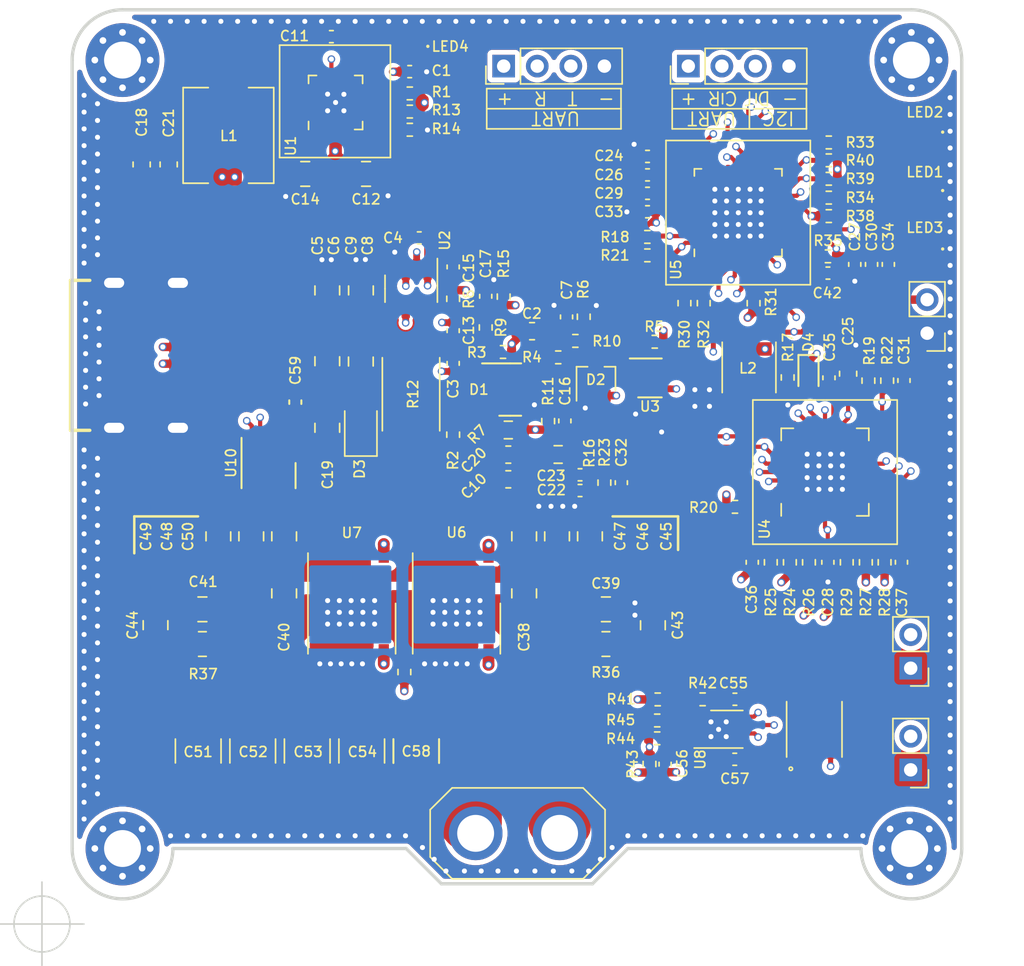
<source format=kicad_pcb>
(kicad_pcb (version 20211014) (generator pcbnew)
  (layers (0 "F.Cu" signal) (1 "In1.Cu" signal) (2 "In2.Cu" signal) (31 "B.Cu" signal) (34 "B.Paste" user) (35 "F.Paste" user) (36 "B.SilkS" user "B.Silkscreen") (37 "F.SilkS" user "F.Silkscreen") (38 "B.Mask" user) (39 "F.Mask" user) (44 "Edge.Cuts" user))
  (net 0 "")
  (net 1 "DC_I+")
  (net 2 "GND")
  (net 3 "Net-(C2-Pad1)")
  (net 4 "COIL-")
  (net 5 "Net-(C3-Pad1)")
  (net 6 "VDDA")
  (net 7 "VSENSE")
  (net 8 "Net-(C10-Pad1)")
  (net 9 "Net-(C11-Pad1)")
  (net 10 "Net-(C11-Pad2)")
  (net 11 "Net-(C13-Pad1)")
  (net 12 "DC_FBI")
  (net 13 "AC_PEAK")
  (net 14 "DC_FBV")
  (net 15 "+5V")
  (net 16 "DC_I-")
  (net 17 "Net-(C20-Pad2)")
  (net 18 "AC_AMPL")
  (net 19 "Net-(C22-Pad2)")
  (net 20 "CB")
  (net 21 "+3V3")
  (net 22 "Net-(C31-Pad1)")
  (net 23 "AC_PHASE")
  (net 24 "Net-(C36-Pad1)")
  (net 25 "Net-(C36-Pad2)")
  (net 26 "Net-(C37-Pad1)")
  (net 27 "Net-(C37-Pad2)")
  (net 28 "TEMP")
  (net 29 "Net-(C43-Pad2)")
  (net 30 "Net-(C44-Pad2)")
  (net 31 "Net-(D1-Pad1)")
  (net 33 "Net-(LED1-Pad2)")
  (net 34 "Net-(LED2-Pad2)")
  (net 35 "Net-(LED3-Pad2)")
  (net 36 "Net-(LED4-Pad2)")
  (net 37 "Net-(R10-Pad1)")
  (net 38 "Net-(R8-Pad1)")
  (net 39 "Net-(R13-Pad1)")
  (net 40 "AC_V")
  (net 41 "Net-(R26-Pad1)")
  (net 42 "Net-(R26-Pad2)")
  (net 43 "Net-(R27-Pad1)")
  (net 44 "Net-(R28-Pad1)")
  (net 45 "Net-(R29-Pad1)")
  (net 46 "Net-(R29-Pad2)")
  (net 47 "Net-(R30-Pad1)")
  (net 48 "AC_GAIN")
  (net 49 "Net-(R31-Pad1)")
  (net 50 "Net-(R32-Pad1)")
  (net 51 "Net-(R33-Pad1)")
  (net 52 "Net-(R34-Pad1)")
  (net 53 "DIV_EN")
  (net 55 "DRV_EN")
  (net 56 "PWM1_L")
  (net 57 "PWM1_H")
  (net 58 "PWM2_L")
  (net 59 "PWM2_H")
  (net 60 "SYNC1")
  (net 61 "SYNC2")
  (net 73 "Net-(L2-Pad2)")
  (net 74 "Net-(R20-Pad1)")
  (net 75 "Net-(R24-Pad2)")
  (net 76 "Net-(R24-Pad1)")
  (net 77 "Net-(R25-Pad1)")
  (net 78 "Net-(R27-Pad2)")
  (net 79 "Net-(J2-Pad2)")
  (net 80 "Net-(J2-Pad3)")
  (net 81 "Net-(J3-Pad2)")
  (net 82 "Net-(J3-Pad3)")
  (net 83 "Net-(C56-Pad2)")
  (net 84 "Net-(C57-Pad1)")
  (net 85 "Net-(NCP15XW153J03RC1-Pad1)")
  (net 86 "Net-(R41-Pad1)")
  (net 87 "Net-(R45-Pad1)")
  (net 88 "Net-(U8-Pad7)")
  (net 89 "Net-(J6-Pad1)")
  (net 90 "CC1")
  (net 96 "CC2")
  (net 99 "Net-(C35-Pad1)")
  (footprint "Resistor_SMD:R_2512_6332Metric" (layer "F.Cu") (at 128.99 91.42 -90)
    (fp_text reference "R12")
    (fp_text value "20mR")
  )
  (footprint "Capacitor_SMD:C_0402_1005Metric" (layer "F.Cu") (at 144.127342 113.470783 90)
    (fp_text reference "C56")
    (fp_text value "1uF")
  )
  (footprint "Resistor_SMD:R_0402_1005Metric" (layer "F.Cu") (at 153.88 78.575001 180)
    (fp_text reference "R39")
    (fp_text value "10K")
  )
  (footprint "Capacitor_SMD:C_1210_3225Metric" (layer "F.Cu") (at 119.5575 112.685 90)
    (fp_text reference "C52")
    (fp_text value "47nF 250V")
  )
  (footprint "Package_SON:Infineon_PG-TISON-8-2" (layer "F.Cu") (at 131.7 103.889999 -90)
    (fp_text reference "U6")
    (fp_text value "BSC0993ND")
  )
  (footprint "Package_DFN_QFN:TDFN-8-1EP_3x2mm_P0.5mm_EP1.80x1.65mm" (layer "F.Cu") (at 147.307342 111.390784)
    (fp_text reference "U8")
    (fp_text value "max31740")
  )
  (footprint "Capacitor_SMD:C_0402_1005Metric" (layer "F.Cu") (at 156.4275 83.680001 -90)
    (fp_text reference "C30")
    (fp_text value "100nF 50V")
  )
  (footprint "Connector_PinHeader_2.00mm:PinHeader_1x04_P2.00mm_Vertical" (layer "F.Cu") (at 134.51 71.86 90)
    (fp_text reference "J3" hide)
    (fp_text value "I2C")
  )
  (footprint "Resistor_SMD:R_0402_1005Metric" (layer "F.Cu") (at 152.698332 101.4375 -90)
    (fp_text reference "R26")
    (fp_text value "0R")
  )
  (footprint "Capacitor_SMD:C_0805_2012Metric" (layer "F.Cu") (at 116.56 104.24)
    (fp_text reference "C41")
    (fp_text value "2.2nF 100V")
  )
  (footprint "Resistor_SMD:R_0603_1608Metric" (layer "F.Cu") (at 137.755 95.01 180)
    (fp_text reference "R16")
    (fp_text value "100K")
  )
  (footprint "Capacitor_SMD:C_0805_2012Metric" (layer "F.Cu") (at 122.684908 78.285927 180)
    (fp_text reference "C14")
    (fp_text value "100nF 250V")
  )
  (footprint "Package_SON:Infineon_PG-TISON-8-2" (layer "F.Cu") (at 125.460001 103.889999 -90)
    (fp_text reference "U7")
    (fp_text value "BSC0993ND")
  )
  (footprint "Resistor_SMD:R_0402_1005Metric" (layer "F.Cu") (at 156.24 90.61 -90)
    (fp_text reference "R19")
    (fp_text value "7.5K")
  )
  (footprint "Capacitor_SMD:C_0402_1005Metric" (layer "F.Cu") (at 122.095 91.89 -90)
    (fp_text reference "C59")
    (fp_text value "1uF 50V")
  )
  (footprint "MountingHole:MountingHole_2.2mm_M2_Pad_Via" (layer "F.Cu") (at 111.8 118.5)
    (fp_text reference "H3")
    (fp_text value "MountingHole")
  )
  (footprint "Connector_PinHeader_2.00mm:PinHeader_1x02_P2.00mm_Vertical" (layer "F.Cu") (at 158.76 107.75 180)
    (fp_text reference "J6" hide)
    (fp_text value "Conn_01x02_Male")
  )
  (footprint "Capacitor_SMD:C_0805_2012Metric" (layer "F.Cu") (at 126 89.470001 -90)
    (fp_text reference "C8")
    (fp_text value "22uF 50V")
  )
  (footprint "Capacitor_SMD:C_0805_2012Metric" (layer "F.Cu") (at 143.4 105.19 -90)
    (fp_text reference "C43")
    (fp_text value "2.7nF 100V")
  )
  (footprint "Resistor_SMD:R_0402_1005Metric" (layer "F.Cu") (at 133.44 87.44 90)
    (fp_text reference "R9")
    (fp_text value "75K")
  )
  (footprint "Package_TO_SOT_SMD:SOT-23" (layer "F.Cu") (at 134.9 91.14)
    (fp_text reference "D1")
    (fp_text value "BAS101S,215")
  )
  (footprint "Capacitor_SMD:C_0402_1005Metric" (layer "F.Cu") (at 139.06 97.16 180)
    (fp_text reference "C22")
    (fp_text value "220pF 50V")
  )
  (footprint "Capacitor_SMD:C_0805_2012Metric" (layer "F.Cu") (at 123.999999 93.420001 90)
    (fp_text reference "C19")
    (fp_text value "100nF 250V")
  )
  (footprint "LED_SMD:LED_0402_1005Metric" (layer "F.Cu") (at 159.575 82.76 180)
    (fp_text reference "LED3")
    (fp_text value "LED")
  )
  (footprint "Capacitor_SMD:C_0402_1005Metric" (layer "F.Cu") (at 153.829999 84.1975)
    (fp_text reference "C42")
    (fp_text value "100nF 50V")
  )
  (footprint "Capacitor_SMD:C_0402_1005Metric" (layer "F.Cu") (at 158.21 101.435001 -90)
    (fp_text reference "C37")
    (fp_text value "47nF 50V")
  )
  (footprint "LED_SMD:LED_0402_1005Metric" (layer "F.Cu") (at 128.9 70.679999 180)
    (fp_text reference "LED4")
    (fp_text value "LED")
  )
  (footprint "Resistor_SMD:R_0402_1005Metric" (layer "F.Cu") (at 143.687341 109.610785 180)
    (fp_text reference "R41")
    (fp_text value "33K")
  )
  (footprint "Package_DFN_QFN:QFN-16-1EP_3x3mm_P0.5mm_EP1.7x1.7mm" (layer "F.Cu") (at 124.494258 74.027436 90)
    (fp_text reference "U1")
    (fp_text value "TS30041")
  )
  (footprint "Resistor_SMD:R_0402_1005Metric" (layer "F.Cu") (at 143.51 88.29)
    (fp_text reference "R5")
    (fp_text value "7.5K")
  )
  (footprint "Resistor_SMD:R_0603_1608Metric" (layer "F.Cu") (at 134.785 93.55 180)
    (fp_text reference "R7")
    (fp_text value "100K")
  )
  (footprint "Inductor_SMD:L_Wuerth_HCI-5040" (layer "F.Cu") (at 118.109999 75.99 -90)
    (fp_text reference "L1")
    (fp_text value "4.7uH")
  )
  (footprint "Capacitor_SMD:C_0402_1005Metric" (layer "F.Cu") (at 149.32 101.437501 -90)
    (fp_text reference "C36")
    (fp_text value "47nF 50V")
  )
  (footprint "Resistor_SMD:R_0402_1005Metric" (layer "F.Cu") (at 143.657342 110.86745 180)
    (fp_text reference "R45")
    (fp_text value "12.4K")
  )
  (footprint "Package_DFN_QFN:DFN-10-1EP_3x3mm_P0.5mm_EP1.65x2.38mm" (layer "F.Cu") (at 120.5 95.52 -90)
    (fp_text reference "U10")
    (fp_text value "HUSB238")
  )
  (footprint "Capacitor_SMD:C_0402_1005Metric" (layer "F.Cu") (at 143.08 80.5425 180)
    (fp_text reference "C33")
    (fp_text value "100nF 50V")
  )
  (footprint "Resistor_SMD:R_0402_1005Metric" (layer "F.Cu") (at 153.88 77.475 180)
    (fp_text reference "R40")
    (fp_text value "10K")
  )
  (footprint "Connector_PinHeader_2.00mm:PinHeader_1x02_P2.00mm_Vertical" (layer "F.Cu") (at 159.74 87.78 180)
    (fp_text reference "J4" hide)
    (fp_text value "Coil Therm")
  )
  (footprint "Resistor_SMD:R_0805_2012Metric" (layer "F.Cu") (at 116.56 106.31)
    (fp_text reference "R37")
    (fp_text value "2R")
  )
  (footprint "Resistor_SMD:R_0805_2012Metric" (layer "F.Cu") (at 140.6 106.31 180)
    (fp_text reference "R36")
    (fp_text value "2R")
  )
  (footprint "Capacitor_SMD:C_0402_1005Metric" (layer "F.Cu") (at 128.909257 72.187436)
    (fp_text reference "C1")
    (fp_text value "1uF 50V")
  )
  (footprint "Resistor_SMD:R_0402_1005Metric" (layer "F.Cu") (at 146.362658 109.605883 180)
    (fp_text reference "R42")
    (fp_text value "200K")
  )
  (footprint "Resistor_SMD:R_0402_1005Metric" (layer "F.Cu") (at 137.16 93.02 90)
    (fp_text reference "R11")
    (fp_text value "1.5K")
  )
  (footprint "Capacitor_SMD:C_0805_2012Metric" (layer "F.Cu") (at 140.6 104.24 180)
    (fp_text reference "C39")
    (fp_text value "2.2nF 100V")
  )
  (footprint "Package_TO_SOT_SMD:SOT-23-8" (layer "F.Cu") (at 129 85.13 -90)
    (fp_text reference "U2")
    (fp_text value "TS94033")
  )
  (footprint "Capacitor_SMD:C_0805_2012Metric" (layer "F.Cu") (at 123.999999 85.230001 90)
    (fp_text reference "C6")
    (fp_text value "100nF 250V")
  )
  (footprint "LED_SMD:LED_0402_1005Metric" (layer "F.Cu") (at 159.575 75.793432 180)
    (fp_text reference "LED2")
    (fp_text value "LED")
  )
  (footprint "MountingHole:MountingHole_2.2mm_M2_Pad_Via" (layer "F.Cu") (at 158.8 71.5)
    (fp_text reference "H1" hide)
    (fp_text value "MountingHole")
  )
  (footprint "Resistor_SMD:R_0402_1005Metric" (layer "F.Cu") (at 145.28 85.989999 -90)
    (fp_text reference "R30")
    (fp_text value "47K")
  )
  (footprint "Package_TO_SOT_SMD:SOT-353_SC-70-5" (layer "F.Cu") (at 143.225001 90.447211)
    (fp_text reference "U3")
    (fp_text value "74LVC1G66")
  )
  (footprint "Capacitor_SMD:C_0805_2012Metric" (layer "F.Cu") (at 137.69 99.890001 -90)
    (fp_text reference "C46")
    (fp_text value "22uF 50V")
  )
  (footprint "Resistor_SMD:R_0402_1005Metric" (layer "F.Cu") (at 131.5 85.73 90)
    (fp_text reference "R8")
    (fp_text value "1K")
  )
  (footprint "Resistor_SMD:R_0402_1005Metric" (layer "F.Cu") (at 153.88 76.41)
    (fp_text reference "R33")
    (fp_text value "150R")
  )
  (footprint "MountingHole:MountingHole_2.2mm_M2_Pad_Via" (layer "F.Cu") (at 158.7 118.5)
    (fp_text reference "H2")
    (fp_text value "MountingHole")
  )
  (footprint "Capacitor_SMD:C_0402_1005Metric" (layer "F.Cu") (at 138.155 93.01 90)
    (fp_text reference "C16")
    (fp_text value "100nF 50V")
  )
  (footprint "Connector_AMASS:AMASS_XT30U-F_1x02_P5.0mm_Vertical" (layer "F.Cu") (at 132.84 117.595)
    (fp_text reference "J5" hide)
    (fp_text value "COIL 20uH")
  )
  (footprint "Capacitor_SMD:C_0402_1005Metric" (layer "F.Cu") (at 133.44 85.58 -90)
    (fp_text reference "C17")
    (fp_text value "4.7nF 100V")
  )
  (footprint "Resistor_SMD:R_0402_1005Metric" (layer "F.Cu") (at 153.880001 79.7)
    (fp_text reference "R34")
    (fp_text value "150R")
  )
  (footprint "Capacitor_SMD:C_1210_3225Metric" (layer "F.Cu") (at 122.804999 112.685 90)
    (fp_text reference "C53")
    (fp_text value "22nF 250V")
  )
  (footprint "Resistor_SMD:R_0402_1005Metric" (layer "F.Cu") (at 138.78 88.24 180)
    (fp_text reference "R10")
    (fp_text value "0R")
  )
  (footprint "Capacitor_SMD:C_0402_1005Metric" (layer "F.Cu") (at 143.08 78.3425 180)
    (fp_text reference "C26")
    (fp_text value "100nF 50V")
  )
  (footprint "Resistor_SMD:R_0402_1005Metric" (layer "F.Cu") (at 150.425 101.437501 -90)
    (fp_text reference "R25")
    (fp_text value "1R")
  )
  (footprint "Resistor_SMD:R_0402_1005Metric" (layer "F.Cu") (at 143.07 82.040001)
    (fp_text reference "R18")
    (fp_text value "10K")
  )
  (footprint "Capacitor_SMD:C_0603_1608Metric" (layer "F.Cu") (at 134.785 95.02)
    (fp_text reference "C20")
    (fp_text value "1nF 250V")
  )
  (footprint "Capacitor_SMD:C_0402_1005Metric" (layer "F.Cu") (at 143.08 77.242501 180)
    (fp_text reference "C24")
    (fp_text value "4.7uF 25V")
  )
  (footprint "Diode_SMD:D_SOD-523" (layer "F.Cu") (at 152.67 90.23 -90)
    (fp_text reference "D4")
    (fp_text value "D")
  )
  (footprint "Resistor_SMD:R_0402_1005Metric" (layer "F.Cu") (at 151.43 90.42 -90)
    (fp_text reference "R17")
    (fp_text value "1R")
  )
  (footprint "Resistor_SMD:R_0402_1005Metric" (layer "F.Cu") (at 153.83 83.1975)
    (fp_text reference "R35")
    (fp_text value "10K")
  )
  (footprint "Capacitor_SMD:C_0402_1005Metric" (layer "F.Cu") (at 131.5 89.58 90)
    (fp_text reference "C3")
    (fp_text value "1uF 50V")
  )
  (footprint "Resistor_SMD:R_0402_1005Metric" (layer "F.Cu") (at 157.205 101.437501 -90)
    (fp_text reference "R28")
    (fp_text value "1R")
  )
  (footprint "Capacitor_SMD:C_0805_2012Metric" (layer "F.Cu") (at 124 89.45 -90)
    (fp_text reference "C9")
    (fp_text value "22uF 50V")
  )
  (footprint "Capacitor_SMD:C_0805_2012Metric" (layer "F.Cu") (at 113.766567 105.184144 -90)
    (fp_text reference "C44")
    (fp_text value "2.7nF 100V")
  )
  (footprint "lib:CSD16406Q3" (layer "F.Cu") (at 153.017343 111.395784 90)
    (fp_text reference "U9" hide)
    (fp_text value "CSD16406Q3")
  )
  (footprint "Capacitor_SMD:C_0805_2012Metric" (layer "F.Cu") (at 135.73 99.890001 -90)
    (fp_text reference "C47")
    (fp_text value "100nF 250V")
  )
  (footprint "Capacitor_SMD:C_0805_2012Metric" (layer "F.Cu") (at 121.430001 103.29 90)
    (fp_text reference "C40")
    (fp_text value "2.2nF 100V")
  )
  (footprint "Capacitor_SMD:C_0402_1005Metric" (layer "F.Cu") (at 131.5 83.83 -90)
    (fp_text reference "C15")
    (fp_text value "100nF 50V")
  )
  (footprint "Capacitor_SMD:C_0402_1005Metric" (layer "F.Cu") (at 139.06 96.22 180)
    (fp_text reference "C23")
    (fp_text value "10nF 50V")
  )
  (footprint "Capacitor_SMD:C_0805_2012Metric" (layer "F.Cu") (at 121.43 99.890001 -90)
    (fp_text reference "C50")
    (fp_text value "100nF 250V")
  )
  (footprint "Resistor_SMD:R_0402_1005Metric" (layer "F.Cu") (at 143.657342 111.930783)
    (fp_text reference "R44")
    (fp_text value "5.1M")
  )
  (footprint "Capacitor_SMD:C_1210_3225Metric" (layer "F.Cu") (at 129.299997 112.69 90)
    (fp_text reference "C58")
    (fp_text value "NP")
  )
  (footprint "Resistor_SMD:R_0402_1005Metric" (layer "F.Cu") (at 128.916558 74.569717)
    (fp_text reference "R13")
    (fp_text value "47K")
  )
  (footprint "Capacitor_SMD:C_0805_2012Metric" (layer "F.Cu") (at 135.729999 103.29 90)
    (fp_text reference "C38")
    (fp_text value "2.2nF 100V")
  )
  (footprint "Connector_PinHeader_2.00mm:PinHeader_1x02_P2.00mm_Vertical" (layer "F.Cu") (at 158.76 113.81 180)
    (fp_text reference "J7" hide)
    (fp_text value "Conn_01x02_Male")
  )
  (footprint "Capacitor_SMD:C_0402_1005Metric" (layer "F.Cu") (at 148.277342 113.180783 180)
    (fp_text reference "C57")
    (fp_text value "330nF")
  )
  (footprint "Capacitor_SMD:C_0402_1005Metric" (layer "F.Cu") (at 138.255713 86.81 90)
    (fp_text reference "C7")
    (fp_text value "33pF")
  )
  (footprint "Resistor_SMD:R_0402_1005Metric" (layer "F.Cu") (at 156.08833 101.437501 -90)
    (fp_text reference "R27")
    (fp_text value "0R")
  )
  (footprint "Capacitor_SMD:C_0402_1005Metric" (layer "F.Cu") (at 153.824998 101.437501 -90)
    (fp_text reference "C28")
    (fp_text value "100nF 50V")
  )
  (footprint "Package_DFN_QFN:QFN-28-1EP_5x5mm_P0.5mm_EP3.35x3.35mm" (layer "F.Cu") (at 153.654999 96.06 90)
    (fp_text reference "U4")
    (fp_text value "TS61002")
  )
  (footprint "Capacitor_SMD:C_0402_1005Metric" (layer "F.Cu") (at 141.52 96.69 -90)
    (fp_text reference "C32")
    (fp_text value "47pF 50V")
  )
  (footprint "Capacitor_SMD:C_0402_1005Metric" (layer "F.Cu") (at 143.079999 79.442499 180)
    (fp_text reference "C29")
    (fp_text value "100nF 50V")
  )
  (footprint "Capacitor_SMD:C_0603_1608Metric" (layer "F.Cu") (at 136.2 87.66 180)
    (fp_text reference "C2")
    (fp_text value "4.7nF 250V")
  )
  (footprint "Capacitor_SMD:C_0402_1005Metric" (layer "F.Cu") (at 158.36 90.6 -90)
    (fp_text reference "C31")
    (fp_text value "47pF 50V")
  )
  (footprint "Capacitor_SMD:C_1210_3225Metric" (layer "F.Cu") (at 126.052498 112.685 90)
    (fp_text reference "C54")
    (fp_text value "NP")
  )
  (footprint "Resistor_SMD:R_0402_1005Metric" (layer "F.Cu") (at 140.51 96.69 -90)
    (fp_text reference "R23")
    (fp_text value "100K")
  )
  (footprint "Resistor_SMD:R_0402_1005Metric" (layer "F.Cu") (at 137.76 89.22)
    (fp_text reference "R4")
    (fp_text value "200K")
  )
  (footprint "Resistor_SMD:R_0402_1005Metric" (layer "F.Cu") (at 134.47 88.9)
    (fp_text reference "R3")
    (fp_text value "7.5K")
  )
  (footprint "Resistor_SMD:R_0402_1005Metric" (layer "F.Cu") (at 139.28 86.8 -90)
    (fp_text reference "R6")
    (fp_text value "7.5K")
  )
  (footprint "Capacitor_SMD:C_0805_2012Metric" (layer "F.Cu") (at 126.309257 78.285927)
    (fp_text reference "C12")
    (fp_text value "22uF 50V")
  )
  (footprint "Resistor_SMD:R_0402_1005Metric" (layer "F.Cu") (at 149.4 85.9925 -90)
    (fp_text reference "R31")
    (fp_text value "100K")
  )
  (footprint "Capacitor_SMD:C_1210_3225Metric" (layer "F.Cu") (at 116.310001 112.685001 90)
    (fp_text reference "C51")
    (fp_text value "47nF 250V")
  )
  (footprint "Capacitor_SMD:C_0402_1005Metric" (layer "F.Cu") (at 157.4275 83.68 -90)
    (fp_text reference "C34")
    (fp_text value "4.7nF 100V")
  )
  (footprint "Resistor_SMD:R_0402_1005Metric" (layer "F.Cu") (at 154.951664 101.437501 -90)
    (fp_text reference "R29")
    (fp_text value "0R")
  )
  (footprint "Capacitor_SMD:C_0402_1005Metric" (layer "F.Cu") (at 131.5 87.63 -90)
    (fp_text reference "C13")
    (fp_text value "10nF 50V")
  )
  (footprint "Resistor_SMD:R_0402_1005Metric" (layer "F.Cu") (at 143.197342 113.460783 90)
    (fp_text reference "R43")
    (fp_text value "12.4K")
  )
  (footprint "Capacitor_SMD:C_0603_1608Metric" (layer "F.Cu") (at 155.0325 90.195 90)
    (fp_text reference "C25")
    (fp_text value "10uF 25V")
  )
  (footprint "Capacitor_SMD:C_0603_1608Metric" (layer "F.Cu") (at 112.94 77.72 90)
    (fp_text reference "C18")
    (fp_text value "22uF 16V")
  )
  (footprint "Capacitor_SMD:C_0402_1005Metric" (layer "F.Cu") (at 153.89 90.44 90)
    (fp_text reference "C35")
    (fp_text value "4.7uF 25V")
  )
  (footprint "Capacitor_SMD:C_0402_1005Metric" (layer "F.Cu") (at 148.287341 109.600782 180)
    (fp_text reference "C55")
    (fp_text value "4.7uF 25V")
  )
  (footprint "Capacitor_SMD:C_0805_2012Metric" (layer "F.Cu") (at 119.47 99.890001 -90)
    (fp_text reference "C48")
    (fp_text value "22uF 50V")
  )
  (footprint "Connector_PinHeader_2.00mm:PinHeader_1x04_P2.00mm_Vertical" (layer "F.Cu") (at 145.51 71.86 90)
    (fp_text reference "J2" hide)
    (fp_text value "I2C")
  )
  (footprint "Capacitor_SMD:C_0603_1608Metric" (layer "F.Cu") (at 114.55 77.72 90)
    (fp_text reference "C21")
    (fp_text value "22uF 16V")
  )
  (footprint "Capacitor_SMD:C_0402_1005Metric" (layer "F.Cu") (at 155.4275 83.680001 -90)
    (fp_text reference "C27")
    (fp_text value "4.7uF 25V")
  )
  (footprint "LED_SMD:LED_0402_1005Metric" (layer "F.Cu") (at 159.575 79.276716 180)
    (fp_text reference "LED1")
    (fp_text value "LED")
  )
  (footprint "Capacitor_SMD:C_0805_2012Metric" (layer "F.Cu") (at 139.65 99.890001 -90)
    (fp_text reference "C45")
    (fp_text value "22uF 50V")
  )
  (footprint "Diode_SMD:D_0805_2012Metric" (layer "F.Cu") (at 126 93.42 90)
    (fp_text reference "D3")
    (fp_text value "BZT52C30 30V")
  )
  (footprint "USB_plug:USB4125-GF-A_REVA2" (layer "F.Cu") (at 112.1 89.1 -90)
    (fp_text reference "J1" hide)
    (fp_text value "USBA")
  )
  (footprint "Resistor_SMD:R_0402_1005Metric" (layer "F.Cu") (at 131.5 93.83 90)
    (fp_text reference "R2")
    (fp_text value "10R")
  )
  (footprint "Resistor_SMD:R_0402_1005Metric" (layer "F.Cu") (at 128.916558 75.652293 180)
    (fp_text reference "R14")
    (fp_text value "10K")
  )
  (footprint "Resistor_SMD:R_0402_1005Metric" (layer "F.Cu") (at 128.916558 73.487139)
    (fp_text reference "R1")
    (fp_text value "5.1K")
  )
  (footprint "Resistor_SMD:R_0402_1005Metric" (layer "F.Cu") (at 153.879999 80.8)
    (fp_text reference "R38")
    (fp_text value "150R")
  )
  (footprint "Resistor_SMD:R_0402_1005Metric" (layer "F.Cu") (at 151.561666 101.437501 -90)
    (fp_text reference "R24")
    (fp_text value "0R")
  )
  (footprint "MountingHole:MountingHole_2.2mm_M2_Pad_Via" (layer "F.Cu") (at 111.8 71.5)
    (fp_text reference "H4" hide)
    (fp_text value "MountingHole")
  )
  (footprint "Capacitor_SMD:C_0805_2012Metric" (layer "F.Cu") (at 126.005 85.23 90)
    (fp_text reference "C5")
    (fp_text value "22uF 50V")
  )
  (footprint "Capacitor_SMD:C_0402_1005Metric" (layer "F.Cu") (at 124.244257 70.102434 180)
    (fp_text reference "C11")
    (fp_text value "47nF 50V")
  )
  (footprint "Resistor_SMD:R_0402_1005Metric" (layer "F.Cu") (at 148.29 98.13 180)
    (fp_text reference "R20")
    (fp_text value "100K")
  )
  (footprint "Resistor_SMD:R_0402_1005Metric" (layer "F.Cu") (at 134.51 85.6 -90)
    (fp_text reference "R15")
    (fp_text value "10K")
  )
  (footprint "Capacitor_SMD:C_0402_1005Metric" (layer "F.Cu") (at 129.48 82.1)
    (fp_text reference "C4")
    (fp_text value "10nF 50V")
  )
  (footprint "Inductor_SMD:L_Taiyo-Yuden_NR-30xx" (layer "F.Cu") (at 149.13 89.82 -90)
    (fp_text reference "L2")
    (fp_text value "1uF")
  )
  (footprint "Resistor_SMD:R_0402_1005Metric" (layer "F.Cu") (at 146.43 85.99 -90)
    (fp_text reference "R32")
    (fp_text value "0R")
  )
  (footprint "Package_DFN_QFN:QFN-40-1EP_5x5mm_P0.4mm_EP3.6x3.6mm" (layer "F.Cu") (at 148.48 80.5925 90)
    (fp_text reference "U5")
    (fp_text value "TS80003")
  )
  (footprint "Package_TO_SOT_SMD:SOT-323_SC-70" (layer "F.Cu") (at 140.01 90.51 90)
    (fp_text reference "D2")
    (fp_text value "BAT54SW")
  )
  (footprint "Capacitor_SMD:C_0805_2012Metric" (layer "F.Cu") (at 117.51 99.890001 -90)
    (fp_text reference "C49")
    (fp_text value "22uF 50V")
  )
  (footprint "Resistor_SMD:R_0402_1005Metric" (layer "F.Cu") (at 143.07 83.14)
    (fp_text reference "R21")
    (fp_text value "10K")
  )
  (footprint "Resistor_SMD:R_0402_1005Metric" (layer "F.Cu") (at 128.593095 107.9795 90)
    (fp_text reference "NCP15XW153J03RC1" hide)
    (fp_text value "Thermistor_NTC")
  )
  (footprint "Capacitor_SMD:C_0603_1608Metric" (layer "F.Cu") (at 134.785 96.49)
    (fp_text reference "C10")
    (fp_text value "1nF 250V")
  )
  (footprint "Resistor_SMD:R_0402_1005Metric" (layer "F.Cu") (at 157.360002 90.61 -90)
    (fp_text reference "R22")
    (fp_text value "100K")
  )
  (gr_line (start 149.355 91.76) (end 149.355 100.36) (layer "F.SilkS") (width 0.1))
  (gr_line (start 144.18 76.2925) (end 152.78 76.292501) (layer "F.SilkS") (width 0.1))
  (gr_line (start 147.55 73.5) (end 147.55 74.1) (layer "F.SilkS") (width 0.1))
  (gr_line (start 112.5 98.7) (end 112.5 100.9) (layer "F.SilkS") (width 0.15))
  (gr_line (start 144.55 75.6) (end 144.55 73.2) (layer "F.SilkS") (width 0.1))
  (gr_line (start 149.55 73.5) (end 149.55 74.05) (layer "F.SilkS") (width 0.1))
  (gr_line (start 141.5 75.6) (end 133.5 75.6) (layer "F.SilkS") (width 0.1))
  (gr_line (start 144.9 98.7) (end 144.9 100.7) (layer "F.SilkS") (width 0.15))
  (gr_line (start 152.78 76.292501) (end 152.78 84.892501) (layer "F.SilkS") (width 0.1))
  (gr_line (start 144.55 73.2) (end 152.55 73.2) (layer "F.SilkS") (width 0.1))
  (gr_line (start 144.55 74.4) (end 152.55 74.4) (layer "F.SilkS") (width 0.1))
  (gr_line (start 127.759998 70.609999) (end 127.759999 77.309999) (layer "F.SilkS") (width 0.1))
  (gr_line (start 141.5 73.2) (end 141.5 75.6) (layer "F.SilkS") (width 0.1))
  (gr_line (start 133.5 74.4) (end 141.5 74.4) (layer "F.SilkS") (width 0.1))
  (gr_line (start 144.18 84.8925) (end 152.78 84.892501) (layer "F.SilkS") (width 0.1))
  (gr_line (start 121.159999 77.310001) (end 121.16 70.609999) (layer "F.SilkS") (width 0.1))
  (gr_line (start 112.5 98.7) (end 116.3 98.7) (layer "F.SilkS") (width 0.15))
  (gr_line (start 133.5 75.6) (end 133.5 73.2) (layer "F.SilkS") (width 0.1))
  (gr_line (start 157.955 91.759999) (end 157.955 100.36) (layer "F.SilkS") (width 0.1))
  (gr_line (start 149.15 74.4) (end 149.15 75.6) (layer "F.SilkS") (width 0.1))
  (gr_line (start 141 98.7) (end 144.9 98.7) (layer "F.SilkS") (width 0.15))
  (gr_line (start 121.16 70.609999) (end 127.759998 70.609999) (layer "F.SilkS") (width 0.1))
  (gr_line (start 157.955 91.759999) (end 149.355 91.76) (layer "F.SilkS") (width 0.1))
  (gr_line (start 144.18 84.8925) (end 144.18 76.2925) (layer "F.SilkS") (width 0.1))
  (gr_line (start 133.5 73.2) (end 141.5 73.2) (layer "F.SilkS") (width 0.1))
  (gr_line (start 152.55 73.2) (end 152.55 75.6) (layer "F.SilkS") (width 0.1))
  (gr_line (start 157.955 100.36) (end 149.355 100.36) (layer "F.SilkS") (width 0.1))
  (gr_line (start 152.55 75.6) (end 144.55 75.6) (layer "F.SilkS") (width 0.1))
  (gr_line (start 127.759999 77.309999) (end 121.159999 77.310001) (layer "F.SilkS") (width 0.1))
  (gr_line (start 155.799998 118.5) (end 141.9 118.5) (layer "Edge.Cuts") (width 0.2))
  (gr_arc (start 108.8 71.5) (mid 109.67868 69.37868) (end 111.8 68.499999) (layer "Edge.Cuts") (width 0.2))
  (gr_line (start 130.8 120.6) (end 139.8 120.6) (layer "Edge.Cuts") (width 0.2))
  (gr_line (start 161.8 118.5) (end 161.8 71.5) (layer "Edge.Cuts") (width 0.2))
  (gr_line (start 108.8 71.5) (end 108.799998 118.5) (layer "Edge.Cuts") (width 0.2))
  (gr_arc (start 158.8 121.5) (mid 156.678679 120.621321) (end 155.799998 118.5) (layer "Edge.Cuts") (width 0.2))
  (gr_arc (start 111.8 121.5) (mid 109.678679 120.621321) (end 108.799998 118.5) (layer "Edge.Cuts") (width 0.2))
  (gr_line (start 128.7 118.5) (end 130.8 120.6) (layer "Edge.Cuts") (width 0.2))
  (gr_line (start 111.8 68.499999) (end 158.8 68.5) (layer "Edge.Cuts") (width 0.2))
  (gr_arc (start 114.8 118.5) (mid 113.92132 120.62132) (end 111.8 121.5) (layer "Edge.Cuts") (width 0.2))
  (gr_line (start 128.7 118.5) (end 114.8 118.5) (layer "Edge.Cuts") (width 0.2))
  (gr_arc (start 158.8 68.5) (mid 160.92132 69.37868) (end 161.8 71.5) (layer "Edge.Cuts") (width 0.2))
  (gr_line (start 141.9 118.5) (end 139.8 120.6) (layer "Edge.Cuts") (width 0.2))
  (gr_arc (start 161.8 118.5) (mid 160.92132 120.62132) (end 158.8 121.5) (layer "Edge.Cuts") (width 0.2))
  (gr_text "I2C" (at 150.86 74.97 180) (layer "F.SilkS") (effects (font (size 0.8 0.8) (thickness 0.1))))
  (gr_text "R" (at 147.06 73.77 180) (layer "F.SilkS") (effects (font (size 0.8 0.8) (thickness 0.1))))
  (gr_text "C" (at 148.06 73.77 180) (layer "F.SilkS") (effects (font (size 0.8 0.8) (thickness 0.1))))
  (gr_text "T" (at 149.157617 73.77 180) (layer "F.SilkS") (effects (font (size 0.8 0.8) (thickness 0.1))))
  (gr_text "T" (at 138.607617 73.77 180) (layer "F.SilkS") (effects (font (size 0.8 0.8) (thickness 0.1))))
  (gr_text "-" (at 140.624286 73.77) (layer "F.SilkS") (effects (font (size 0.8 0.8) (thickness 0.1))))
  (gr_text "D" (at 150.01 73.77 180) (layer "F.SilkS") (effects (font (size 0.8 0.8) (thickness 0.1))))
  (gr_text "+" (at 134.574286 73.77) (layer "F.SilkS") (effects (font (size 0.8 0.8) (thickness 0.1))))
  (gr_text "+" (at 145.524286 73.77) (layer "F.SilkS") (effects (font (size 0.8 0.8) (thickness 0.1))))
  (gr_text "-" (at 151.574286 73.77) (layer "F.SilkS") (effects (font (size 0.8 0.8) (thickness 0.1))))
  (gr_text "UART" (at 137.61 74.97 180) (layer "F.SilkS") (effects (font (size 0.8 0.8) (thickness 0.1))))
  (gr_text "R" (at 136.71 73.77 180) (layer "F.SilkS") (effects (font (size 0.8 0.8) (thickness 0.1))))
  (gr_text "UART" (at 146.91 74.97 180) (layer "F.SilkS") (effects (font (size 0.8 0.8) (thickness 0.1))))
  (target plus (at 107 123) (size 5) (width 0.1) (layer "Edge.Cuts"))
  (segment (start 131.5 88.11) (end 131.5 89.1) (width 0.4) (layer "F.Cu") (net 1))
  (segment (start 124.744258 75.289935) (end 124.244258 75.289935) (width 0.25) (layer "F.Cu") (net 1))
  (segment (start 129.32875 87.59875) (end 129.69125 87.96125) (width 0.4) (layer "F.Cu") (net 1))
  (segment (start 124.482565 80.087435) (end 121.92 82.65) (width 1.5) (layer "F.Cu") (net 1))
  (segment (start 125.519258 77.847435) (end 123.519257 77.847435) (width 0.5) (layer "F.Cu") (net 1))
  (segment (start 124.8 78.1) (end 125.082565 78.382565) (width 1.5) (layer "F.Cu") (net 1))
  (segment (start 124.744259 75.489935) (end 124.244258 75.489935) (width 0.25) (layer "F.Cu") (net 1))
  (segment (start 123.882565 78.947435) (end 123.882565 80.317435) (width 1.5) (layer "F.Cu") (net 1))
  (segment (start 124.050981 80.47598) (end 125.019718 79.507244) (width 1.5) (layer "F.Cu") (net 1))
  (segment (start 124.744259 75.489935) (end 124.744258 77.502435) (width 0.25) (layer "F.Cu") (net 1))
  (segment (start 124.244258 77.152434) (end 123.519258 77.877435) (width 0.25) (layer "F.Cu") (net 1))
  (segment (start 129.33 88.0375) (end 129 88.3675) (width 0.4) (layer "F.Cu") (net 1))
  (segment (start 124.744258 77.102436) (end 125.519256 77.877436) (width 0.25) (layer "F.Cu") (net 1))
  (segment (start 124.493345 77.403345) (end 123.869256 78.027435) (width 0.25) (layer "F.Cu") (net 1))
  (segment (start 128.419258 72.197435) (end 128.429257 72.187436) (width 0.5) (layer "F.Cu") (net 1))
  (segment (start 124.494258 77.152435) (end 125.269258 77.927435) (width 0.25) (layer "F.Cu") (net 1))
  (segment (start 124.394258 75.489935) (end 124.394258 77.552434) (width 0.25) (layer "F.Cu") (net 1))
  (segment (start 124.494256 77.552435) (end 125.019256 78.077434) (width 0.25) (layer "F.Cu") (net 1))
  (segment (start 125.519257 78.677435) (end 123.519257 78.677436) (width 0.5) (layer "F.Cu") (net 1))
  (segment (start 124.594258 77.302433) (end 124.493345 77.403345) (width 0.25) (layer "F.Cu") (net 1))
  (segment (start 124.244258 72.564936) (end 124.244257 71.442437) (width 0.25) (layer "F.Cu") (net 1))
  (segment (start 125.082565 78.382565) (end 125.082565 79.417435) (width 1.5) (layer "F.Cu") (net 1))
  (segment (start 129.33 86.2725) (end 129.33 88.0375) (width 0.3) (layer "F.Cu") (net 1))
  (segment (start 124.344258 77.152435) (end 125.119258 77.927435) (width 0.25) (layer "F.Cu") (net 1))
  (segment (start 129.325 86.2675) (end 129.33 86.2725) (width 0.4) (layer "F.Cu") (net 1))
  (segment (start 127.919256 72.197436) (end 128.419258 72.197435) (width 0.5) (layer "F.Cu") (net 1))
  (segment (start 124.744258 75.739935) (end 124.244258 75.739934) (width 0.25) (layer "F.Cu") (net 1))
  (segment (start 124.594259 75.489935) (end 124.594258 77.552435) (width 0.25) (layer "F.Cu") (net 1))
  (segment (start 124.244258 75.489935) (end 124.244258 77.552434) (width 0.25) (layer "F.Cu") (net 1))
  (segment (start 131.5 88.11) (end 129.2575 88.11) (width 0.4) (layer "F.Cu") (net 1))
  (segment (start 128.902499 88.269999) (end 129 88.3675) (width 1) (layer "F.Cu") (net 1))
  (segment (start 129.2575 88.11) (end 129 88.3675) (width 0.4) (layer "F.Cu") (net 1))
  (segment (start 131.5 88.11) (end 133.44 88.11) (width 0.4) (layer "F.Cu") (net 1))
  (segment (start 124.482565 78.277435) (end 124.482565 80.087435) (width 1.5) (layer "F.Cu") (net 1))
  (segment (start 124.482565 78.277435) (end 123.519257 78.277435) (width 0.5) (layer "F.Cu") (net 1))
  (segment (start 128.9725 87.96125) (end 129.335 87.59875) (width 0.4) (layer "F.Cu") (net 1))
  (segment (start 121.92 82.65) (end 121.92 86.7) (width 1.5) (layer "F.Cu") (net 1))
  (segment (start 124.444259 77.252434) (end 123.719255 77.977438) (width 0.25) (layer "F.Cu") (net 1))
  (segment (start 125.519258 78.277435) (end 124.482565 78.277435) (width 0.5) (layer "F.Cu") (net 1))
  (via (at 127.919256 72.197436) (size 0.45) (drill 0.3) (layers "F.Cu" "B.Cu") (net 1))
  (via (at 124.47 76.93) (size 0.45) (drill 0.3) (layers "F.Cu" "B.Cu") (net 1))
  (via (at 124.244257 71.442437) (size 0.45) (drill 0.3) (layers "F.Cu" "B.Cu") (net 1))
  (segment (start 129.389256 72.187436) (end 129.909258 72.187436) (width 0.5) (layer "F.Cu") (net 2))
  (segment (start 123.639259 73.934934) (end 123.139257 73.934933) (width 0.25) (layer "F.Cu") (net 2))
  (segment (start 154.145 97.99) (end 153.645 97.49) (width 0.25) (layer "F.Cu") (net 2))
  (segment (start 153.82 101.922499) (end 153.82 102.6) (width 0.5) (layer "F.Cu") (net 2))
  (segment (start 123.555001 107.49) (end 126.095001 107.49) (width 0.5) (layer "F.Cu") (net 2))
  (segment (start 129.909258 72.187436) (end 129.919256 72.197435) (width 0.5) (layer "F.Cu") (net 2))
  (segment (start 123.555001 107.49) (end 123.555001 106.729999) (width 0.5) (layer "F.Cu") (net 2))
  (segment (start 156.104999 95.06) (end 154.76 95.06) (width 0.25) (layer "F.Cu") (net 2))
  (segment (start 154.155 98.510001) (end 154.154999 96.56) (width 0.25) (layer "F.Cu") (net 2))
  (segment (start 123.031758 73.777435) (end 124.244258 73.777435) (width 0.25) (layer "F.Cu") (net 2))
  (segment (start 125.244258 74.792435) (end 125.017546 74.565723) (width 0.25) (layer "F.Cu") (net 2))
  (segment (start 150.365 81.5925) (end 150.065001 81.2925) (width 0.25) (layer "F.Cu") (net 2))
  (segment (start 113.772423 104.24) (end 113.766567 104.234144) (width 0.7) (layer "F.Cu") (net 2))
  (segment (start 132.335001 107.49) (end 132.335 106.75) (width 0.5) (layer "F.Cu") (net 2))
  (segment (start 142.6 77.242501) (end 142.6 80.542499) (width 0.5) (layer "F.Cu") (net 2))
  (segment (start 125.244258 75.489935) (end 125.244258 74.792435) (width 0.25) (layer "F.Cu") (net 2))
  (segment (start 123.679257 74.124934) (end 123.179256 74.124935) (width 0.25) (layer "F.Cu") (net 2))
  (segment (start 123.555001 106.729999) (end 126.095001 106.729999) (width 0.5) (layer "F.Cu") (net 2))
  (segment (start 123.471822 73.826692) (end 123.825375 73.473136) (width 0.25) (layer "F.Cu") (net 2))
  (segment (start 124.244258 73.777435) (end 124.494258 74.027436) (width 0.25) (layer "F.Cu") (net 2))
  (segment (start 132.335001 107.49) (end 129.795001 107.49) (width 0.5) (layer "F.Cu") (net 2))
  (segment (start 123.555001 107.139999) (end 126.095001 107.139999) (width 0.5) (layer "F.Cu") (net 2))
  (segment (start 154.76 95.06) (end 154.69 94.99) (width 0.25) (layer "F.Cu") (net 2))
  (segment (start 129.795 106.75) (end 132.335 106.75) (width 0.5) (layer "F.Cu") (net 2))
  (segment (start 153.82 102.6) (end 153.83 102.61) (width 0.5) (layer "F.Cu") (net 2))
  (segment (start 126.095001 107.49) (end 126.095001 106.729999) (width 0.5) (layer "F.Cu") (net 2))
  (segment (start 125.244259 74.892437) (end 125.049257 74.697436) (width 0.25) (layer "F.Cu") (net 2))
  (segment (start 150.9175 81.592501) (end 150.155 81.592501) (width 0.25) (layer "F.Cu") (net 2))
  (segment (start 154.65 97.524999) (end 154.15 98.025) (width 0.25) (layer "F.Cu") (net 2))
  (segment (start 123.47 74.21) (end 123.823554 74.563554) (width 0.25) (layer "F.Cu") (net 2))
  (segment (start 129.439256 75.657435) (end 129.959258 75.657435) (width 0.5) (layer "F.Cu") (net 2))
  (segment (start 155.41 95.08) (end 154.91 95.58) (width 0.25) (layer "F.Cu") (net 2))
  (segment (start 154.944999 94.575) (end 155.445 95.075) (width 0.25) (layer "F.Cu") (net 2))
  (segment (start 123.031757 74.277436) (end 123.031758 73.777435) (width 0.25) (layer "F.Cu") (net 2))
  (segment (start 129.795 106.75) (end 129.795001 107.49) (width 0.5) (layer "F.Cu") (net 2))
  (segment (start 124.244258 74.277435) (end 124.494258 74.027436) (width 0.25) (layer "F.Cu") (net 2))
  (segment (start 150.365 81.5925) (end 150.065001 81.8925) (width 0.25) (layer "F.Cu") (net 2))
  (segment (start 129.795 107.23) (end 132.335 107.23) (width 0.5) (layer "F.Cu") (net 2))
  (segment (start 123.031757 74.277436) (end 124.244258 74.277435) (width 0.25) (layer "F.Cu") (net 2))
  (segment (start 128.025 82.955) (end 128.02 82.95) (width 0.4) (layer "F.Cu") (net 2))
  (via (at 109.51 113.74) (size 0.45) (drill 0.3) (layers "F.Cu" "B.Cu") (net 2))
  (via (at 149.19 81.99) (size 0.45) (drill 0.3) (layers "F.Cu" "B.Cu") (net 2))
  (via (at 149.19 81.3) (size 0.45) (drill 0.3) (layers "F.Cu" "B.Cu") (net 2))
  (via locked (at 136.66 69.19) (size 0.45) (drill 0.3) (layers "F.Cu" "B.Cu") (net 2))
  (via locked (at 109.6 91) (size 0.45) (drill 0.3) (layers "F.Cu" "B.Cu") (net 2))
  (via locked (at 109.6 87) (size 0.45) (drill 0.3) (layers "F.Cu" "B.Cu") (net 2))
  (via locked (at 109.51 108.74) (size 0.45) (drill 0.3) (layers "F.Cu" "B.Cu") (net 2))
  (via locked (at 109.51 109.74) (size 0.45) (drill 0.3) (layers "F.Cu" "B.Cu") (net 2))
  (via (at 149.85 81.99) (size 0.45) (drill 0.3) (layers "F.Cu" "B.Cu") (net 2))
  (via (at 147.79 79.199998) (size 0.45) (drill 0.3) (layers "F.Cu" "B.Cu") (net 2))
  (via locked (at 116.66 69.19) (size 0.45) (drill 0.3) (layers "F.Cu" "B.Cu") (net 2))
  (via locked (at 147.66 69.19) (size 0.45) (drill 0.3) (layers "F.Cu" "B.Cu") (net 2))
  (via (at 149.19 80.599998) (size 0.45) (drill 0.3) (layers "F.Cu" "B.Cu") (net 2))
  (via (at 153.29 95.69) (size 0.45) (drill 0.3) (layers "F.Cu" "B.Cu") (net 2))
  (via locked (at 161.11 79.74) (size 0.45) (drill 0.3) (layers "F.Cu" "B.Cu") (net 2))
  (via (at 146.77 92.14) (size 0.45) (drill 0.3) (layers "F.Cu" "B.Cu") (net 2))
  (via (at 143.91 117.74) (size 0.45) (drill 0.3) (layers "F.Cu" "B.Cu") (net 2))
  (via (at 115.66 117.74) (size 0.45) (drill 0.3) (layers "F.Cu" "B.Cu") (net 2))
  (via locked (at 161.11 105.74) (size 0.45) (drill 0.3) (layers "F.Cu" "B.Cu") (net 2))
  (via locked (at 161.11 111.74) (size 0.45) (drill 0.3) (layers "F.Cu" "B.Cu") (net 2))
  (via locked (at 122.66 69.19) (size 0.45) (drill 0.3) (layers "F.Cu" "B.Cu") (net 2))
  (via (at 161.11 115.74) (size 0.45) (drill 0.3) (layers "F.Cu" "B.Cu") (net 2))
  (via locked (at 110.31 79.1) (size 0.45) (drill 0.3) (layers "F.Cu" "B.Cu") (net 2))
  (via (at 110.31 114.24) (size 0.45) (drill 0.3) (layers "F.Cu" "B.Cu") (net 2))
  (via locked (at 161.11 85.74) (size 0.45) (drill 0.3) (layers "F.Cu" "B.Cu") (net 2))
  (via (at 142.33 103.86) (size 0.45) (drill 0.3) (layers "F.Cu" "B.Cu") (net 2))
  (via (at 131.700001 107.49) (size 0.45) (drill 0.3) (layers "F.Cu" "B.Cu") (net 2))
  (via locked (at 110.4 90.5) (size 0.45) (drill 0.3) (layers "F.Cu" "B.Cu") (net 2))
  (via locked (at 110.31 101.24) (size 0.45) (drill 0.3) (layers "F.Cu" "B.Cu") (net 2))
  (via locked (at 125.66 69.19) (size 0.45) (drill 0.3) (layers "F.Cu" "B.Cu") (net 2))
  (via locked (at 161.11 77.74) (size 0.45) (drill 0.3) (layers "F.Cu" "B.Cu") (net 2))
  (via (at 128.02 82.95) (size 0.45) (drill 0.3) (layers "F.Cu" "B.Cu") (net 2))
  (via (at 140.97 118.44) (size 0.45) (drill 0.3) (layers "F.Cu" "B.Cu") (net 2))
  (via locked (at 153.66 69.19) (size 0.45) (drill 0.3) (layers "F.Cu" "B.Cu") (net 2))
  (via locked (at 110.31 105.24) (size 0.45) (drill 0.3) (layers "F.Cu" "B.Cu") (net 2))
  (via locked (at 128.66 69.19) (size 0.45) (drill 0.3) (layers "F.Cu" "B.Cu") (net 2))
  (via (at 145.9 91.15) (size 0.45) (drill 0.3) (layers "F.Cu" "B.Cu") (net 2))
  (via (at 142.28 76.52) (size 0.45) (drill 0.3) (layers "F.Cu" "B.Cu") (net 2))
  (via locked (at 161.11 94.74) (size 0.45) (drill 0.3) (layers "F.Cu" "B.Cu") (net 2))
  (via locked (at 151.66 69.19) (size 0.45) (drill 0.3) (layers "F.Cu" "B.Cu") (net 2))
  (via locked (at 110.31 103.24) (size 0.45) (drill 0.3) (layers "F.Cu" "B.Cu") (net 2))
  (via locked (at 161.11 96.74) (size 0.45) (drill 0.3) (layers "F.Cu" "B.Cu") (net 2))
  (via (at 148.49 80.599999) (size 0.45) (drill 0.3) (layers "F.Cu" "B.Cu") (net 2))
  (via locked (at 109.51 112.74) (size 0.45) (drill 0.3) (layers "F.Cu" "B.Cu") (net 2))
  (via locked (at 161.11 78.74) (size 0.45) (drill 0.3) (layers "F.Cu" "B.Cu") (net 2))
  (via locked (at 109.51 107.74) (size 0.45) (drill 0.3) (layers "F.Cu" "B.Cu") (net 2))
  (via locked (at 109.51 98.74) (size 0.45) (drill 0.3) (layers "F.Cu" "B.Cu") (net 2))
  (via locked (at 109.51 83.6) (size 0.45) (drill 0.3) (layers "F.Cu" "B.Cu") (net 2))
  (via (at 117.66 117.74) (size 0.45) (drill 0.3) (layers "F.Cu" "B.Cu") (net 2))
  (via (at 152.59 94.99) (size 0.45) (drill 0.3) (layers "F.Cu" "B.Cu") (net 2))
  (via locked (at 137.66 69.19) (size 0.45) (drill 0.3) (layers "F.Cu" "B.Cu") (net 2))
  (via (at 124.825001 107.49) (size 0.45) (drill 0.3) (layers "F.Cu" "B.Cu") (net 2))
  (via locked (at 110.31 78.1) (size 0.45) (drill 0.3) (layers "F.Cu" "B.Cu") (net 2))
  (via locked (at 109.51 81.6) (size 0.45) (drill 0.3) (layers "F.Cu" "B.Cu") (net 2))
  (via locked (at 161.11 102.74) (size 0.45) (drill 0.3) (layers "F.Cu" "B.Cu") (net 2))
  (via (at 141.85 80.55) (size 0.45) (drill 0.3) (layers "F.Cu" "B.Cu") (net 2))
  (via locked (at 161.11 76.74) (size 0.45) (drill 0.3) (layers "F.Cu" "B.Cu") (net 2))
  (via locked (at 110.31 109.24) (size 0.45) (drill 0.3) (layers "F.Cu" "B.Cu") (net 2))
  (via locked (at 109.51 104.74) (size 0.45) (drill 0.3) (layers "F.Cu" "B.Cu") (net 2))
  (via locked (at 110.31 107.24) (size 0.45) (drill 0.3) (layers "F.Cu" "B.Cu") (net 2))
  (via locked (at 133.66 69.19) (size 0.45) (drill 0.3) (layers "F.Cu" "B.Cu") (net 2))
  (via (at 110.31 115.24) (size 0.45) (drill 0.3) (layers "F.Cu" "B.Cu") (net 2))
  (via locked (at 138.66 69.19) (size 0.45) (drill 0.3) (layers "F.Cu" "B.Cu") (net 2))
  (via locked (at 109.51 79.6) (size 0.45) (drill 0.3) (layers "F.Cu" "B.Cu") (net 2))
  (via locked (at 109.51 73.6) (size 0.45) (drill 0.3) (layers "F.Cu" "B.Cu") (net 2))
  (via (at 147.315 111.4) (size 0.45) (drill 0.3) (layers "F.Cu" "B.Cu") (net 2))
  (via (at 129.67 118.44) (size 0.45) (drill 0.3) (layers "F.Cu" "B.Cu") (net 2))
  (via locked (at 109.51 99.74) (size 0.45) (drill 0.3) (layers "F.Cu" "B.Cu") (net 2))
  (via (at 154.69 97.09) (size 0.45) (drill 0.3) (layers "F.Cu" "B.Cu") (net 2))
  (via (at 132.335001 107.49) (size 0.45) (drill 0.3) (layers "F.Cu" "B.Cu") (net 2))
  (via (at 124.24 83.4) (size 0.45) (drill 0.3) (layers "F.Cu" "B.Cu") (net 2))
  (via locked (at 154.66 69.19) (size 0.45) (drill 0.3) (layers "F.Cu" "B.Cu") (net 2))
  (via (at 125.71 83.4) (size 0.45) (drill 0.3) (layers "F.Cu" "B.Cu") (net 2))
  (via (at 149.85 79.9) (size 0.45) (drill 0.3) (layers "F.Cu" "B.Cu") (net 2))
  (via locked (at 161.11 82.74) (size 0.45) (drill 0.3) (layers "F.Cu" "B.Cu") (net 2))
  (via (at 153.29 94.99) (size 0.45) (drill 0.3) (layers "F.Cu" "B.Cu") (net 2))
  (via (at 139.57 119.84) (size 0.45) (drill 0.3) (layers "F.Cu" "B.Cu") (net 2))
  (via locked (at 113.66 69.19) (size 0.45) (drill 0.3) (layers "F.Cu" "B.Cu") (net 2))
  (via (at 151.44 92.06) (size 0.45) (drill 0.3) (layers "F.Cu" "B.Cu") (net 2))
  (via (at 154.69 95.690001) (size 0.45) (drill 0.3) (layers "F.Cu" "B.Cu") (net 2))
  (via (at 123.66 117.74) (size 0.45) (drill 0.3) (layers "F.Cu" "B.Cu") (net 2))
  (via (at 131.07 119.84) (size 0.45) (drill 0.3) (layers "F.Cu" "B.Cu") (net 2))
  (via (at 152.91 117.74) (size 0.45) (drill 0.3) (layers "F.Cu" "B.Cu") (net 2))
  (via locked (at 123.66 69.19) (size 0.45) (drill 0.3) (layers "F.Cu" "B.Cu") (net 2))
  (via locked (at 109.51 94.74) (size 0.45) (drill 0.3) (layers "F.Cu" "B.Cu") (net 2))
  (via locked (at 140.66 69.19) (size 0.45) (drill 0.3) (layers "F.Cu" "B.Cu") (net 2))
  (via (at 153.99 97.09) (size 0.45) (drill 0.3) (layers "F.Cu" "B.Cu") (net 2))
  (via (at 124.99 73.54) (size 0.45) (drill 0.3) (layers "F.Cu" "B.Cu") (net 2))
  (via (at 124.99 74.52) (size 0.45) (drill 0.3) (layers "F.Cu" "B.Cu") (net 2))
  (via locked (at 156.66 69.19) (size 0.45) (drill 0.3) (layers "F.Cu" "B.Cu") (net 2))
  (via (at 137.33 98.1) (size 0.45) (drill 0.3) (layers "F.Cu" "B.Cu") (net 2))
  (via (at 146.77 91.15) (size 0.45) (drill 0.3) (layers "F.Cu" "B.Cu") (net 2))
  (via (at 161.11 114.74) (size 0.45) (drill 0.3) (layers "F.Cu" "B.Cu") (net 2))
  (via locked (at 109.51 110.74) (size 0.45) (drill 0.3) (layers "F.Cu" "B.Cu") (net 2))
  (via (at 124.494258 74.027436) (size 0.45) (drill 0.3) (layers "F.Cu" "B.Cu") (net 2))
  (via (at 127.62 79.59) (size 0.45) (drill 0.3) (layers "F.Cu" "B.Cu") (net 2))
  (via (at 138.03 98.1) (size 0.45) (drill 0.3) (layers "F.Cu" "B.Cu") (net 2))
  (via (at 137.51 86.12) (size 0.45) (drill 0.3) (layers "F.Cu" "B.Cu") (net 2))
  (via (at 147.79 79.9) (size 0.45) (drill 0.3) (layers "F.Cu" "B.Cu") (net 2))
  (via locked (at 109.51 75.6) (size 0.45) (drill 0.3) (layers "F.Cu" "B.Cu") (net 2))
  (via (at 154.69 96.39) (size 0.45) (drill 0.3) (layers "F.Cu" "B.Cu") (net 2))
  (via (at 123.68 83.4) (size 0.45) (drill 0.3) (layers "F.Cu" "B.Cu") (net 2))
  (via (at 124.190001 107.49) (size 0.45) (drill 0.3) (layers "F.Cu" "B.Cu") (net 2))
  (via locked (at 110.31 111.24) (size 0.45) (drill 0.3) (layers "F.Cu" "B.Cu") (net 2))
  (via locked (at 109.51 101.74) (size 0.45) (drill 0.3) (layers "F.Cu" "B.Cu") (net 2))
  (via locked (at 161.11 101.74) (size 0.45) (drill 0.3) (layers "F.Cu" "B.Cu") (net 2))
  (via (at 155.91 117.74) (size 0.45) (drill 0.3) (layers "F.Cu" "B.Cu") (net 2))
  (via locked (at 110.31 81.1) (size 0.45) (drill 0.3) (layers "F.Cu" "B.Cu") (net 2))
  (via locked (at 150.66 69.19) (size 0.45) (drill 0.3) (layers "F.Cu" "B.Cu") (net 2))
  (via locked (at 110.31 97.24) (size 0.45) (drill 0.3) (layers "F.Cu" "B.Cu") (net 2))
  (via locked (at 109.51 80.6) (size 0.45) (drill 0.3) (layers "F.Cu" "B.Cu") (net 2))
  (via (at 161.11 116.74) (size 0.45) (drill 0.3) (layers "F.Cu" "B.Cu") (net 2))
  (via (at 130.430001 107.49) (size 0.45) (drill 0.3) (layers "F.Cu" "B.Cu") (net 2))
  (via (at 147.79 81.3) (size 0.45) (drill 0.3) (layers "F.Cu" "B.Cu") (net 2))
  (via (at 161.11 113.74) (size 0.45) (drill 0.3) (layers "F.Cu" "B.Cu") (net 2))
  (via locked (at 139.66 69.19) (size 0.45) (drill 0.3) (layers "F.Cu" "B.Cu") (net 2))
  (via locked (at 161.11 74.74) (size 0.45) (drill 0.3) (layers "F.Cu" "B.Cu") (net 2))
  (via (at 126.27 83.39) (size 0.45) (drill 0.3) (layers "F.Cu" "B.Cu") (net 2))
  (via locked (at 120.66 69.19) (size 0.45) (drill 0.3) (layers "F.Cu" "B.Cu") (net 2))
  (via locked (at 110.31 74.1) (size 0.45) (drill 0.3) (layers "F.Cu" "B.Cu") (net 2))
  (via (at 124.02 74.52) (size 0.45) (drill 0.3) (layers "F.Cu" "B.Cu") (net 2))
  (via (at 134.17 119.84) (size 0.45) (drill 0.3) (layers "F.Cu" "B.Cu") (net 2))
  (via (at 133.92 84.59) (size 0.45) (drill 0.3) (layers "F.Cu" "B.Cu") (net 2))
  (via locked (at 141.66 69.19) (size 0.45) (drill 0.3) (layers "F.Cu" "B.Cu") (net 2))
  (via (at 146.86 111.83) (size 0.45) (drill 0.3) (layers "F.Cu" "B.Cu") (net 2))
  (via (at 146.91 117.74) (size 0.45) (drill 0.3) (layers "F.Cu" "B.Cu") (net 2))
  (via (at 153.29 96.39) (size 0.45) (drill 0.3) (layers "F.Cu" "B.Cu") (net 2))
  (via (at 122.66 117.74) (size 0.45) (drill 0.3) (layers "F.Cu" "B.Cu") (net 2))
  (via locked (at 110.31 108.24) (size 0.45) (drill 0.3) (layers "F.Cu" "B.Cu") (net 2))
  (via locked (at 161.11 99.74) (size 0.45) (drill 0.3) (layers "F.Cu" "B.Cu") (net 2))
  (via locked (at 161.11 112.74) (size 0.45) (drill 0.3) (layers "F.Cu" "B.Cu") (net 2))
  (via (at 147.77 110.95) (size 0.45) (drill 0.3) (layers "F.Cu" "B.Cu") (net 2))
  (via (at 148.49 79.899999) (size 0.45) (drill 0.3) (layers "F.Cu" "B.Cu") (net 2))
  (via locked (at 110.4 91.5) (size 0.45) (drill 0.3) (layers "F.Cu" "B.Cu") (net 2))
  (via locked (at 109.51 76.6) (size 0.45) (drill 0.3) (layers "F.Cu" "B.Cu") (net 2))
  (via locked (at 143.66 69.19) (size 0.45) (drill 0.3) (layers "F.Cu" "B.Cu") (net 2))
  (via locked (at 110.4 88.5) (size 0.45) (drill 0.3) (layers "F.Cu" "B.Cu") (net 2))
  (via locked (at 109.51 102.74) (size 0.45) (drill 0.3) (layers "F.Cu" "B.Cu") (net 2))
  (via (at 153.91 117.74) (size 0.45) (drill 0.3) (layers "F.Cu" "B.Cu") (net 2))
  (via locked (at 110.31 104.24) (size 0.45) (drill 0.3) (layers "F.Cu" "B.Cu") (net 2))
  (via (at 152.59 95.69) (size 0.45) (drill 0.3) (layers "F.Cu" "B.Cu") (net 2))
  (via (at 147.089999 81.989997) (size 0.45) (drill 0.3) (layers "F.Cu" "B.Cu") (net 2))
  (via (at 116.66 117.74) (size 0.45) (drill 0.3) (layers "F.Cu" "B.Cu") (net 2))
  (via (at 142.33 104.59) (size 0.45) (drill 0.3) (layers "F.Cu" "B.Cu") (net 2))
  (via (at 155.49 88.49) (size 0.45) (drill 0.3) (layers "F.Cu" "B.Cu") (net 2))
  (via locked (at 109.6 88) (size 0.45) (drill 0.3) (layers "F.Cu" "B.Cu") (net 2))
  (via locked (at 146.66 69.19) (size 0.45) (drill 0.3) (layers "F.Cu" "B.Cu") (net 2))
  (via (at 149.849999 79.199998) (size 0.45) (drill 0.3) (layers "F.Cu" "B.Cu") (net 2))
  (via locked (at 161.11 90.74) (size 0.45) (drill 0.3) (layers "F.Cu" "B.Cu") (net 2))
  (via locked (at 110.4 87.5) (size 0.45) (drill 0.3) (layers "F.Cu" "B.Cu") (net 2))
  (via locked (at 161.11 88.74) (size 0.45) (drill 0.3) (layers "F.Cu" "B.Cu") (net 2))
  (via locked (at 161.11 87.74) (size 0.45) (drill 0.3) (layers "F.Cu" "B.Cu") (net 2))
  (via locked (at 134.66 69.19) (size 0.45) (drill 0.3) (layers "F.Cu" "B.Cu") (net 2))
  (via (at 148.49 79.199999) (size 0.45) (drill 0.3) (layers "F.Cu" "B.Cu") (net 2))
  (via (at 146.86 110.95) (size 0.45) (drill 0.3) (layers "F.Cu" "B.Cu") (net 2))
  (via locked (at 109.6 89) (size 0.45) (drill 0.3) (layers "F.Cu" "B.Cu") (net 2))
  (via (at 119.66 117.74) (size 0.45) (drill 0.3) (layers "F.Cu" "B.Cu") (net 2))
  (via (at 141.91 117.74) (size 0.45) (drill 0.3) (layers "F.Cu" "B.Cu") (net 2))
  (via locked (at 109.6 86) (size 0.45) (drill 0.3) (layers "F.Cu" "B.Cu") (net 2))
  (via locked (at 161.11 106.74) (size 0.45) (drill 0.3) (layers "F.Cu" "B.Cu") (net 2))
  (via (at 126.66 117.74) (size 0.45) (drill 0.3) (layers "F.Cu" "B.Cu") (net 2))
  (via (at 142.91 117.74) (size 0.45) (drill 0.3) (layers "F.Cu" "B.Cu") (net 2))
  (via (at 150.91 117.74) (size 0.45) (drill 0.3) (layers "F.Cu" "B.Cu") (net 2))
  (via locked (at 161.11 73.74) (size 0.45) (drill 0.3) (layers "F.Cu" "B.Cu") (net 2))
  (via (at 132.17 119.84) (size 0.45) (drill 0.3) (layers "F.Cu" "B.Cu") (net 2))
  (via (at 109.51 114.74) (size 0.45) (drill 0.3) (layers "F.Cu" "B.Cu") (net 2))
  (via (at 129.795001 107.49) (size 0.45) (drill 0.3) (layers "F.Cu" "B.Cu") (net 2))
  (via locked (at 161.11 97.74) (size 0.45) (drill 0.3) (layers "F.Cu" "B.Cu") (net 2))
  (via (at 123.555001 107.49) (size 0.45) (drill 0.3) (layers "F.Cu" "B.Cu") (net 2))
  (via locked (at 130.66 69.19) (size 0.45) (drill 0.3) (layers "F.Cu" "B.Cu") (net 2))
  (via (at 129.919256 72.197435) (size 0.45) (drill 0.3) (layers "F.Cu" "B.Cu") (net 2))
  (via locked (at 110.4 86.5) (size 0.45) (drill 0.3) (layers "F.Cu" "B.Cu") (net 2))
  (via locked (at 149.66 69.19) (size 0.45) (drill 0.3) (layers "F.Cu" "B.Cu") (net 2))
  (via locked (at 109.51 74.6) (size 0.45) (drill 0.3) (layers "F.Cu" "B.Cu") (net 2))
  (via locked (at 161.11 92.74) (size 0.45) (drill 0.3) (layers "F.Cu" "B.Cu") (net 2))
  (via (at 138.57 119.84) (size 0.45) (drill 0.3) (layers "F.Cu" "B.Cu") (net 2))
  (via (at 110.31 112.240001) (size 0.45) (drill 0.3) (layers "F.Cu" "B.Cu") (net 2))
  (via (at 143.92 93.67) (size 0.45) (drill 0.3) (layers "F.Cu" "B.Cu") (net 2))
  (via locked (at 148.66 69.19) (size 0.45) (drill 0.3) (layers "F.Cu" "B.Cu") (net 2))
  (via locked (at 124.66 69.19) (size 0.45) (drill 0.3) (layers "F.Cu" "B.Cu") (net 2))
  (via locked (at 161.11 100.74) (size 0.45) (drill 0.3) (layers "F.Cu" "B.Cu") (net 2))
  (via (at 128.66 117.74) (size 0.45) (drill 0.3) (layers "F.Cu" "B.Cu") (net 2))
  (via (at 148.49 81.989999) (size 0.45) (drill 0.3) (layers "F.Cu" "B.Cu") (net 2))
  (via locked (at 161.11 84.74) (size 0.45) (drill 0.3) (layers "F.Cu" "B.Cu") (net 2))
  (via (at 125.66 117.74) (size 0.45) (drill 0.3) (layers "F.Cu" "B.Cu") (net 2))
  (via locked (at 109.51 97.74) (size 0.45) (drill 0.3) (layers "F.Cu" "B.Cu") (net 2))
  (via (at 147.79 81.99) (size 0.45) (drill 0.3) (layers "F.Cu" "B.Cu") (net 2))
  (via locked (at 110.31 110.24) (size 0.45) (drill 0.3) (layers "F.Cu" "B.Cu") (net 2))
  (via locked (at 161.11 98.74) (size 0.45) (drill 0.3) (layers "F.Cu" "B.Cu") (net 2))
  (via (at 136.37 119.84) (size 0.45) (drill 0.3) (layers "F.Cu" "B.Cu") (net 2))
  (via (at 145.91 117.74) (size 0.45) (drill 0.3) (layers "F.Cu" "B.Cu") (net 2))
  (via (at 149.85 80.599998) (size 0.45) (drill 0.3) (layers "F.Cu" "B.Cu") (net 2))
  (via locked (at 161.11 86.74) (size 0.45) (drill 0.3) (layers "F.Cu" "B.Cu") (net 2))
  (via (at 142.37 92.6) (size 0.45) (drill 0.3) (layers "F.Cu" "B.Cu") (net 2))
  (via locked (at 144.66 69.19) (size 0.45) (drill 0.3) (layers "F.Cu" "B.Cu") (net 2))
  (via locked (at 145.66 69.19) (size 0.45) (drill 0.3) (layers "F.Cu" "B.Cu") (net 2))
  (via locked (at 109.51 106.74) (size 0.45) (drill 0.3) (layers "F.Cu" "B.Cu") (net 2))
  (via (at 147.91 117.74) (size 0.45) (drill 0.3) (layers "F.Cu" "B.Cu") (net 2))
  (via locked (at 161.11 108.74) (size 0.45) (drill 0.3) (layers "F.Cu" "B.Cu") (net 2))
  (via (at 148.49 81.299999) (size 0.45) (drill 0.3) (layers "F.Cu" "B.Cu") (net 2))
  (via (at 149.19 79.9) (size 0.45) (drill 0.3) (layers "F.Cu" "B.Cu") (net 2))
  (via locked (at 114.66 69.19) (size 0.45) (drill 0.3) (layers "F.Cu" "B.Cu") (net 2))
  (via locked (at 109.51 103.74) (size 0.45) (drill 0.3) (layers "F.Cu" "B.Cu") (net 2))
  (via (at 136.34 92.05) (size 0.45) (drill 0.3) (layers "F.Cu" "B.Cu") (net 2))
  (via locked (at 110.31 95.24) (size 0.45) (drill 0.3) (layers "F.Cu" "B.Cu") (net 2))
  (via locked (at 161.11 109.74) (size 0.45) (drill 0.3) (layers "F.Cu" "B.Cu") (net 2))
  (via (at 145.9 92.14) (size 0.45) (drill 0.3) (layers "F.Cu" "B.Cu") (net 2))
  (via locked (at 109.51 82.6) (size 0.45) (drill 0.3) (layers "F.Cu" "B.Cu") (net 2))
  (via locked (at 161.11 110.74) (size 0.45) (drill 0.3) (layers "F.Cu" "B.Cu") (net 2))
  (via locked (at 161.11 89.74) (size 0.45) (drill 0.3) (layers "F.Cu" "B.Cu") (net 2))
  (via locked (at 110.31 100.24) (size 0.45) (drill 0.3) (layers "F.Cu" "B.Cu") (net 2))
  (via locked (at 109.6 90) (size 0.45) (drill 0.3) (layers "F.Cu" "B.Cu") (net 2))
  (via (at 152.59 96.39) (size 0.45) (drill 0.3) (layers "F.Cu" "B.Cu") (net 2))
  (via locked (at 131.66 69.19) (size 0.45) (drill 0.3) (layers "F.Cu" "B.Cu") (net 2))
  (via locked (at 161.11 107.74) (size 0.45) (drill 0.3) (layers "F.Cu" "B.Cu") (net 2))
  (via (at 154.69 94.99) (size 0.45) (drill 0.3) (layers "F.Cu" "B.Cu") (net 2))
  (via (at 151.91 117.74) (size 0.45) (drill 0.3) (layers "F.Cu" "B.Cu") (net 2))
  (via locked (at 110.31 82.1) (size 0.45) (drill 0.3) (layers "F.Cu" "B.Cu") (net 2))
  (via (at 154.91 117.74) (size 0.45) (drill 0.3) (layers "F.Cu" "B.Cu") (net 2))
  (via (at 121.66 117.74) (size 0.45) (drill 0.3) (layers "F.Cu" "B.Cu") (net 2))
  (via locked (at 110.31 77.1) (size 0.45) (drill 0.3) (layers "F.Cu" "B.Cu") (net 2))
  (via (at 153.290001 97.09) (size 0.45) (drill 0.3) (layers "F.Cu" "B.Cu") (net 2))
  (via locked (at 161.11 104.74) (size 0.45) (drill 0.3) (layers "F.Cu" "B.Cu") (net 2))
  (via locked (at 110.4 89.5) (size 0.45) (drill 0.3) (layers "F.Cu" "B.Cu") (net 2))
  (via locked (at 110.31 106.24) (size 0.45) (drill 0.3) (layers "F.Cu" "B.Cu") (net 2))
  (via locked (at 109.51 77.6) (size 0.45) (drill 0.3) (layers "F.Cu" "B.Cu") (net 2))
  (via (at 131.065001 107.49) (size 0.45) (drill 0.3) (layers "F.Cu" "B.Cu") (net 2))
  (via locked (at 126.66 69.19) (size 0.45) (drill 0.3) (layers "F.Cu" "B.Cu") (net 2))
  (via (at 153.83 102.61) (size 0.45) (drill 0.3) (layers "F.Cu" "B.Cu") (net 2))
  (via (at 138.74 98.1) (size 0.45) (drill 0.3) (layers "F.Cu" "B.Cu") (net 2))
  (via (at 121.52 79.63) (size 0.45) (drill 0.3) (layers "F.Cu" "B.Cu") (net 2))
  (via (at 144.91 117.74) (size 0.45) (drill 0.3) (layers "F.Cu" "B.Cu") (net 2))
  (via (at 152.59 97.09) (size 0.45) (drill 0.3) (layers "F.Cu" "B.Cu") (net 2))
  (via (at 147.089999 81.299997) (size 0.45) (drill 0.3) (layers "F.Cu" "B.Cu") (net 2))
  (via locked (at 132.66 69.19) (size 0.45) (drill 0.3) (layers "F.Cu" "B.Cu") (net 2))
  (via locked (at 118.66 69.19) (size 0.45) (drill 0.3) (layers "F.Cu" "B.Cu") (net 2))
  (via locked (at 117.66 69.19) (size 0.45) (drill 0.3) (layers "F.Cu" "B.Cu") (net 2))
  (via locked (at 135.66 69.19) (size 0.45) (drill 0.3) (layers "F.Cu" "B.Cu") (net 2))
  (via (at 136.6 98.1) (size 0.45) (drill 0.3) (layers "F.Cu" "B.Cu") (net 2))
  (via locked (at 110.31 76.1) (size 0.45) (drill 0.3) (layers "F.Cu" "B.Cu") (net 2))
  (via (at 140.03 86.13) (size 0.45) (drill 0.3) (layers "F.Cu" "B.Cu") (net 2))
  (via (at 147.09 80.599999) (size 0.45) (drill 0.3) (layers "F.Cu" "B.Cu") (net 2))
  (via locked (at 110.31 99.24) (size 0.45) (drill 0.3) (layers "F.Cu" "B.Cu") (net 2))
  (via (at 153.99 95.69) (size 0.45) (drill 0.3) (layers "F.Cu" "B.Cu") (net 2))
  (via locked (at 109.51 105.74) (size 0.45) (drill 0.3) (layers "F.Cu" "B.Cu") (net 2))
  (via locked (at 110.31 75.1) (size 0.45) (drill 0.3) (layers "F.Cu" "B.Cu") (net 2))
  (via locked (at 109.51 95.74) (size 0.45) (drill 0.3) (layers "F.Cu" "B.Cu") (net 2))
  (via (at 140.27 119.14) (size 0.45) (drill 0.3) (layers "F.Cu" "B.Cu") (net 2))
  (via locked (at 155.66 69.19) (size 0.45) (drill 0.3) (layers "F.Cu" "B.Cu") (net 2))
  (via locked (at 152.66 69.19) (size 0.45) (drill 0.3) (layers "F.Cu" "B.Cu") (net 2))
  (via locked (at 129.66 69.19) (size 0.45) (drill 0.3) (layers "F.Cu" "B.Cu") (net 2))
  (via (at 109.51 115.74) (size 0.45) (drill 0.3) (layers "F.Cu" "B.Cu") (net 2))
  (via (at 124.02 73.53) (size 0.45) (drill 0.3) (layers "F.Cu" "B.Cu") (net 2))
  (via locked (at 115.66 69.19) (size 0.45) (drill 0.3) (layers "F.Cu" "B.Cu") (net 2))
  (via (at 135.27 119.84) (size 0.45) (drill 0.3) (layers "F.Cu" "B.Cu") (net 2))
  (via locked (at 127.66 69.19) (size 0.45) (drill 0.3) (layers "F.Cu" "B.Cu") (net 2))
  (via (at 129.969256 75.667435) (size 0.45) (drill 0.3) (layers "F.Cu" "B.Cu") (net 2))
  (via (at 109.51 116.74) (size 0.45) (drill 0.3) (layers "F.Cu" "B.Cu") (net 2))
  (via locked (at 161.11 83.74) (size 0.45) (drill 0.3) (layers "F.Cu" "B.Cu") (net 2))
  (via locked (at 109.51 100.74) (size 0.45) (drill 0.3) (layers "F.Cu" "B.Cu") (net 2))
  (via (at 147.089999 79.199999) (size 0.45) (drill 0.3) (layers "F.Cu" "B.Cu") (net 2))
  (via locked (at 161.11 75.74) (size 0.45) (drill 0.3) (layers "F.Cu" "B.Cu") (net 2))
  (via (at 155.43 84.68) (size 0.45) (drill 0.3) (layers "F.Cu" "B.Cu") (net 2))
  (via (at 130.37 119.14) (size 0.45) (drill 0.3) (layers "F.Cu" "B.Cu") (net 2))
  (via locked (at 142.66 69.19) (size 0.45) (drill 0.3) (layers "F.Cu" "B.Cu") (net 2))
  (via (at 149.85 81.3) (size 0.45) (drill 0.3) (layers "F.Cu" "B.Cu") (net 2))
  (via locked (at 109.6 92) (size 0.45) (drill 0.3) (layers "F.Cu" "B.Cu") (net 2))
  (via locked (at 161.11 103.74) (size 0.45) (drill 0.3) (layers "F.Cu" "B.Cu") (net 2))
  (via (at 147.77 111.83) (size 0.45) (drill 0.3) (layers "F.Cu" "B.Cu") (net 2))
  (via locked (at 161.11 81.74) (size 0.45) (drill 0.3) (layers "F.Cu" "B.Cu") (net 2))
  (via (at 153.99 94.99) (size 0.45) (drill 0.3) (layers "F.Cu" "B.Cu") (net 2))
  (via locked (at 110.31 98.24) (size 0.45) (drill 0.3) (layers "F.Cu" "B.Cu") (net 2))
  (via (at 147.09 79.899999) (size 0.45) (drill 0.3) (layers "F.Cu" "B.Cu") (net 2))
  (via locked (at 110.31 96.24) (size 0.45) (drill 0.3) (layers "F.Cu" "B.Cu") (net 2))
  (via locked (at 161.11 93.74) (size 0.45) (drill 0.3) (layers "F.Cu" "B.Cu") (net 2))
  (via locked (at 161.11 95.74) (size 0.45) (drill 0.3) (layers "F.Cu" "B.Cu") (net 2))
  (via (at 147.789999 80.599998) (size 0.45) (drill 0.3) (layers "F.Cu" "B.Cu") (net 2))
  (via locked (at 161.11 80.74) (size 0.45) (drill 0.3) (layers "F.Cu" "B.Cu") (net 2))
  (via (at 139.37 92.24) (size 0.45) (drill 0.3) (layers "F.Cu" "B.Cu") (net 2))
  (via (at 124.66 117.74) (size 0.45) (drill 0.3) (layers "F.Cu" "B.Cu") (net 2))
  (via (at 137.47 119.84) (size 0.45) (drill 0.3) (layers "F.Cu" "B.Cu") (net 2))
  (via (at 153.99 96.39) (size 0.45) (drill 0.3) (layers "F.Cu" "B.Cu") (net 2))
  (via locked (at 110.31 80.1) (size 0.45) (drill 0.3) (layers "F.Cu" "B.Cu") (net 2))
  (via locked (at 109.51 96.74) (size 0.45) (drill 0.3) (layers "F.Cu" "B.Cu") (net 2))
  (via (at 120.66 117.74) (size 0.45) (drill 0.3) (layers "F.Cu" "B.Cu") (net 2))
  (via (at 114.66 117.74) (size 0.45) (drill 0.3) (layers "F.Cu" "B.Cu") (net 2))
  (via (at 110.31 113.239999) (size 0.45) (drill 0.3) (layers "F.Cu" "B.Cu") (net 2))
  (via (at 133.17 119.84) (size 0.45) (drill 0.3) (layers "F.Cu" "B.Cu") (net 2))
  (via locked (at 121.66 69.19) (size 0.45) (drill 0.3) (layers "F.Cu" "B.Cu") (net 2))
  (via (at 118.66 117.74) (size 0.45) (drill 0.3) (layers "F.Cu" "B.Cu") (net 2))
  (via locked (at 119.66 69.19) (size 0.45) (drill 0.3) (layers "F.Cu" "B.Cu") (net 2))
  (via locked (at 161.11 91.74) (size 0.45) (drill 0.3) (layers "F.Cu" "B.Cu") (net 2))
  (via locked (at 109.51 111.74) (size 0.45) (drill 0.3) (layers "F.Cu" "B.Cu") (net 2))
  (via (at 149.91 117.74) (size 0.45) (drill 0.3) (layers "F.Cu" "B.Cu") (net 2))
  (via (at 125.460001 107.49) (size 0.45) (drill 0.3) (layers "F.Cu" "B.Cu") (net 2))
  (via locked (at 109.51 78.6) (size 0.45) (drill 0.3) (layers "F.Cu" "B.Cu") (net 2))
  (via (at 149.189999 79.199998) (size 0.45) (drill 0.3) (layers "F.Cu" "B.Cu") (net 2))
  (via (at 127.66 117.74) (size 0.45) (drill 0.3) (layers "F.Cu" "B.Cu") (net 2))
  (via (at 148.91 117.74) (size 0.45) (drill 0.3) (layers "F.Cu" "B.Cu") (net 2))
  (via locked (at 110.31 83.1) (size 0.45) (drill 0.3) (layers "F.Cu" "B.Cu") (net 2))
  (via locked (at 110.31 102.24) (size 0.45) (drill 0.3) (layers "F.Cu" "B.Cu") (net 2))
  (via (at 126.095001 107.49) (size 0.45) (drill 0.3) (layers "F.Cu" "B.Cu") (net 2))
  (segment (start 137.01 87.755) (end 136.915 87.66) (width 0.5) (layer "F.Cu") (net 3))
  (segment (start 137.01 89.25) (end 137.01 87.755) (width 0.5) (layer "F.Cu") (net 3))
  (segment (start 134.99 88.89) (end 134.98 88.9) (width 0.5) (layer "F.Cu") (net 4))
  (segment (start 135.355 88.055) (end 134.99 88.42) (width 0.5) (layer "F.Cu") (net 4))
  (segment (start 134.99 88.42) (end 134.99 88.89) (width 0.5) (layer "F.Cu") (net 4))
  (segment (start 135.355 87.87) (end 135.355 88.055) (width 0.5) (layer "F.Cu") (net 4))
  (via (at 134.99 88.42) (size 0.45) (drill 0.3) (layers "F.Cu" "B.Cu") (net 4))
  (segment (start 131.5 90.06) (end 131.5 93.32) (width 0.4) (layer "F.Cu") (net 5))
  (segment (start 128.675 87.155) (end 128.67 87.16) (width 0.4) (layer "F.Cu") (net 5))
  (segment (start 128.675 86.2675) (end 128.675 87.155) (width 0.4) (layer "F.Cu") (net 5))
  (segment (start 131.5 90.06) (end 130.82 90.06) (width 0.4) (layer "F.Cu") (net 5))
  (segment (start 130.82 90.06) (end 130.81 90.05) (width 0.4) (layer "F.Cu") (net 5))
  (via (at 128.67 87.16) (size 0.45) (drill 0.3) (layers "F.Cu" "B.Cu") (net 5))
  (via (at 130.81 90.05) (size 0.45) (drill 0.3) (layers "F.Cu" "B.Cu") (net 5))
  (segment (start 144.03 88.3) (end 144.02 88.29) (width 0.4) (layer "F.Cu") (net 6))
  (segment (start 154.34 83.1975) (end 157.47 83.1975) (width 0.5) (layer "F.Cu") (net 6))
  (segment (start 150.9175 81.1925) (end 151.4925 81.1925) (width 0.25) (layer "F.Cu") (net 6))
  (segment (start 154.34 83.1975) (end 154.34 82.75) (width 0.25) (layer "F.Cu") (net 6))
  (segment (start 151.4925 81.1925) (end 152.55 82.25) (width 0.25) (layer "F.Cu") (net 6))
  (segment (start 129.975 83.9925) (end 129.975 82.055) (width 0.4) (layer "F.Cu") (net 6))
  (segment (start 144.02 87.63) (end 144.03 87.62) (width 0.5) (layer "F.Cu") (net 6))
  (segment (start 144.175001 89.797211) (end 144.03 89.65221) (width 0.4) (layer "F.Cu") (net 6))
  (segment (start 144.03 89.65221) (end 144.03 88.3) (width 0.4) (layer "F.Cu") (net 6))
  (segment (start 144.02 88.19) (end 144.02 87.63) (width 0.5) (layer "F.Cu") (net 6))
  (segment (start 129.975 83.9925) (end 129.975 84.95) (width 0.4) (layer "F.Cu") (net 6))
  (segment (start 152.55 82.25) (end 153.84 82.25) (width 0.25) (layer "F.Cu") (net 6))
  (segment (start 144.175001 89.797211) (end 147.242789 89.797211) (width 0.4) (layer "F.Cu") (net 6))
  (segment (start 147.242789 89.797211) (end 148.32 88.72) (width 0.4) (layer "F.Cu") (net 6))
  (segment (start 154.34 82.75) (end 154.33 82.74) (width 0.25) (layer "F.Cu") (net 6))
  (segment (start 148.32 88.72) (end 149.13 88.72) (width 0.4) (layer "F.Cu") (net 6))
  (segment (start 153.84 82.25) (end 154.33 82.74) (width 0.25) (layer "F.Cu") (net 6))
  (via (at 129.975 84.95) (size 0.45) (drill 0.3) (layers "F.Cu" "B.Cu") (net 6))
  (via (at 150.08 88.72) (size 0.45) (drill 0.3) (layers "F.Cu" "B.Cu") (net 6))
  (via (at 144.03 87.62) (size 0.45) (drill 0.3) (layers "F.Cu" "B.Cu") (net 6))
  (via (at 154.33 82.74) (size 0.45) (drill 0.3) (layers "F.Cu" "B.Cu") (net 6))
  (segment (start 143.2 90.7) (end 142.947211 90.447211) (width 0.4) (layer "F.Cu") (net 7))
  (segment (start 151.52 93.12) (end 144.61 93.12) (width 0.4) (layer "F.Cu") (net 7))
  (segment (start 151.52 93.12) (end 151.8157 93.12) (width 0.25) (layer "F.Cu") (net 7))
  (segment (start 138.56 89.51) (end 140.01 89.51) (width 0.5) (layer "F.Cu") (net 7))
  (segment (start 138.255713 87.29) (end 138.255713 89.205713) (width 0.5) (layer "F.Cu") (net 7))
  (segment (start 141.767211 90.447211) (end 142.365001 90.447211) (width 0.4) (layer "F.Cu") (net 7))
  (segment (start 140.03 89.51) (end 140.83 89.51) (width 0.4) (layer "F.Cu") (net 7))
  (segment (start 138.255713 89.205713) (end 138.27 89.22) (width 0.5) (layer "F.Cu") (net 7))
  (segment (start 151.8157 93.12) (end 152.154999 93.459299) (width 0.25) (layer "F.Cu") (net 7))
  (segment (start 144.61 93.12) (end 143.2 91.71) (width 0.4) (layer "F.Cu") (net 7))
  (segment (start 143.2 91.71) (end 143.2 90.7) (width 0.4) (layer "F.Cu") (net 7))
  (segment (start 138.27 89.22) (end 138.56 89.51) (width 0.5) (layer "F.Cu") (net 7))
  (segment (start 140.83 89.51) (end 141.767211 90.447211) (width 0.4) (layer "F.Cu") (net 7))
  (segment (start 142.947211 90.447211) (end 142.365001 90.447211) (width 0.4) (layer "F.Cu") (net 7))
  (segment (start 133.9625 92.09) (end 133.9625 93.5475) (width 0.5) (layer "F.Cu") (net 8))
  (segment (start 133.96 93.55) (end 133.96 96.43) (width 0.5) (layer "F.Cu") (net 8))
  (segment (start 133.9625 93.5475) (end 133.96 93.55) (width 0.5) (layer "F.Cu") (net 8))
  (segment (start 125.049256 71.657435) (end 125.049256 70.412433) (width 0.25) (layer "F.Cu") (net 9))
  (segment (start 124.744258 72.564935) (end 124.744258 71.962433) (width 0.25) (layer "F.Cu") (net 9))
  (segment (start 124.744258 71.962433) (end 125.049256 71.657435) (width 0.25) (layer "F.Cu") (net 9))
  (segment (start 125.049256 70.412433) (end 124.744258 70.107435) (width 0.25) (layer "F.Cu") (net 9))
  (segment (start 123.744258 75.489935) (end 123.031758 74.777435) (width 0.25) (layer "F.Cu") (net 10))
  (segment (start 123.744258 72.564935) (end 123.031758 73.277435) (width 0.25) (layer "F.Cu") (net 10))
  (segment (start 123.429257 70.462435) (end 123.789258 70.102434) (width 0.25) (layer "F.Cu") (net 10))
  (segment (start 123.744258 72.012436) (end 123.429257 71.697435) (width 0.25) (layer "F.Cu") (net 10))
  (segment (start 123.744258 72.564935) (end 123.744258 72.012436) (width 0.25) (layer "F.Cu") (net 10))
  (segment (start 123.429257 71.697435) (end 123.429257 70.462435) (width 0.25) (layer "F.Cu") (net 10))
  (segment (start 130.84 87.15) (end 130.83 87.14) (width 0.4) (layer "F.Cu") (net 11))
  (segment (start 128.68 84.97) (end 128.68 83.9975) (width 0.4) (layer "F.Cu") (net 11))
  (segment (start 128.68 83.9975) (end 128.675 83.9925) (width 0.4) (layer "F.Cu") (net 11))
  (segment (start 131.5 87.15) (end 130.84 87.15) (width 0.4) (layer "F.Cu") (net 11))
  (via (at 128.68 84.97) (size 0.45) (drill 0.3) (layers "F.Cu" "B.Cu") (net 11))
  (via (at 130.83 87.14) (size 0.45) (drill 0.3) (layers "F.Cu" "B.Cu") (net 11))
  (segment (start 148.28 83.030001) (end 148.28 84.36) (width 0.25) (layer "F.Cu") (net 12))
  (segment (start 131.5 84.31) (end 131.5 85.22) (width 0.4) (layer "F.Cu") (net 12))
  (segment (start 148.28 84.36) (end 148.05 84.59) (width 0.25) (layer "F.Cu") (net 12))
  (segment (start 131.5 85.22) (end 132.26 85.22) (width 0.5) (layer "F.Cu") (net 12))
  (via (at 148.05 84.59) (size 0.45) (drill 0.3) (layers "F.Cu" "B.Cu") (net 12))
  (via (at 132.26 85.22) (size 0.45) (drill 0.3) (layers "F.Cu" "B.Cu") (net 12))
  (segment (start 137.16 93.53) (end 135.535 93.53) (width 0.5) (layer "F.Cu") (net 13))
  (segment (start 148.68 83.03) (end 148.68 85.14) (width 0.25) (layer "F.Cu") (net 13))
  (segment (start 148.68 85.14) (end 148.4 85.42) (width 0.25) (layer "F.Cu") (net 13))
  (segment (start 137.16 93.53) (end 138.19 93.53) (width 0.5) (layer "F.Cu") (net 13))
  (via (at 148.4 85.42) (size 0.45) (drill 0.3) (layers "F.Cu" "B.Cu") (net 13))
  (via (at 136.4 93.53) (size 0.45) (drill 0.3) (layers "F.Cu" "B.Cu") (net 13))
  (segment (start 147.31 84.474436) (end 147.31 85.4) (width 0.25) (layer "F.Cu") (net 14))
  (segment (start 147.88 83.030001) (end 147.88 83.904436) (width 0.25) (layer "F.Cu") (net 14))
  (segment (start 147.88 83.904436) (end 147.31 84.474436) (width 0.25) (layer "F.Cu") (net 14))
  (segment (start 133.44 87.09) (end 133.44 86.06) (width 0.4) (layer "F.Cu") (net 14))
  (segment (start 133.49 86.11) (end 133.44 86.06) (width 0.4) (layer "F.Cu") (net 14))
  (segment (start 134.51 86.11) (end 133.49 86.11) (width 0.4) (layer "F.Cu") (net 14))
  (segment (start 134.51 86.11) (end 135.21 86.11) (width 0.5) (layer "F.Cu") (net 14))
  (via (at 147.31 85.4) (size 0.45) (drill 0.3) (layers "F.Cu" "B.Cu") (net 14))
  (via (at 135.21 86.11) (size 0.45) (drill 0.3) (layers "F.Cu" "B.Cu") (net 14))
  (segment (start 129.426557 73.487138) (end 129.426558 74.569717) (width 0.5) (layer "F.Cu") (net 15))
  (segment (start 148.757342 110.640784) (end 148.757342 109.610781) (width 0.25) (layer "F.Cu") (net 15))
  (segment (start 116.46 78.49) (end 113.345 78.489999) (width 1) (layer "F.Cu") (net 15))
  (segment (start 142.52 113.97) (end 142.520783 113.970783) (width 0.5) (layer "F.Cu") (net 15))
  (segment (start 118.06 78.49) (end 116.55 78.49) (width 1) (layer "F.Cu") (net 15))
  (segment (start 154.655 93.61) (end 154.655 93.233381) (width 0.25) (layer "F.Cu") (net 15))
  (segment (start 129.789257 74.037435) (end 129.789258 73.849838) (width 0.5) (layer "F.Cu") (net 15))
  (segment (start 153.820001 99.52) (end 153.8 99.5) (width 0.25) (layer "F.Cu") (net 15))
  (segment (start 129.789257 74.207018) (end 129.426558 74.569717) (width 0.5) (layer "F.Cu") (net 15))
  (segment (start 144.77 113.95) (end 144.769217 113.950783) (width 0.5) (layer "F.Cu") (net 15))
  (segment (start 153.82 100.95) (end 153.820001 99.52) (width 0.25) (layer "F.Cu") (net 15))
  (segment (start 149.67 110.39) (end 149.419216 110.640784) (width 0.25) (layer "F.Cu") (net 15))
  (segment (start 117.51 77.59) (end 117.31 77.59) (width 1) (layer "F.Cu") (net 15))
  (segment (start 143.176556 109.61) (end 143.177341 109.610785) (width 0.5) (layer "F.Cu") (net 15))
  (segment (start 153.655 99.354999) (end 153.655 98.51) (width 0.25) (layer "F.Cu") (net 15))
  (segment (start 142.520783 113.970783) (end 143.197342 113.970783) (width 0.5) (layer "F.Cu") (net 15))
  (segment (start 116.509792 78.390208) (end 116.509792 78.486899) (width 1) (layer "F.Cu") (net 15))
  (segment (start 129.789258 73.849838) (end 129.426557 73.487138) (width 0.5) (layer "F.Cu") (net 15))
  (segment (start 149.450784 111.640784) (end 148.757342 111.640784) (width 0.25) (layer "F.Cu") (net 15))
  (segment (start 117.31 77.59) (end 116.509792 78.390208) (width 1) (layer "F.Cu") (net 15))
  (segment (start 153.8 99.5) (end 153.655 99.354999) (width 0.25) (layer "F.Cu") (net 15))
  (segment (start 155.03 92.858381) (end 155.03 90.97) (width 0.25) (layer "F.Cu") (net 15))
  (segment (start 149.67 111.86) (end 149.450784 111.640784) (width 0.25) (layer "F.Cu") (net 15))
  (segment (start 129.789257 74.037435) (end 129.789257 74.207018) (width 0.5) (layer "F.Cu") (net 15))
  (segment (start 142.49 109.61) (end 143.176556 109.61) (width 0.5) (layer "F.Cu") (net 15))
  (segment (start 149.419216 110.640784) (end 148.757342 110.640784) (width 0.25) (layer "F.Cu") (net 15))
  (segment (start 144.769217 113.950783) (end 144.127342 113.950783) (width 0.5) (layer "F.Cu") (net 15))
  (segment (start 154.655 93.233381) (end 155.03 92.858381) (width 0.25) (layer "F.Cu") (net 15))
  (via (at 117.74 78.47) (size 0.45) (drill 0.3) (layers "F.Cu" "B.Cu") (net 15))
  (via (at 118.48 78.47) (size 0.45) (drill 0.3) (layers "F.Cu" "B.Cu") (net 15))
  (via (at 153.8 99.5) (size 0.45) (drill 0.3) (layers "F.Cu" "B.Cu") (net 15))
  (via (at 155.03 92.64) (size 0.45) (drill 0.3) (layers "F.Cu" "B.Cu") (net 15))
  (via (at 144.77 113.95) (size 0.45) (drill 0.3) (layers "F.Cu" "B.Cu") (net 15))
  (via (at 142.52 113.97) (size 0.45) (drill 0.3) (layers "F.Cu" "B.Cu") (net 15))
  (via (at 142.49 109.61) (size 0.45) (drill 0.3) (layers "F.Cu" "B.Cu") (net 15))
  (via (at 149.67 110.39) (size 0.45) (drill 0.3) (layers "F.Cu" "B.Cu") (net 15))
  (via (at 129.789257 74.037435) (size 0.45) (drill 0.3) (layers "F.Cu" "B.Cu") (net 15))
  (via (at 149.67 111.86) (size 0.45) (drill 0.3) (layers "F.Cu" "B.Cu") (net 15))
  (segment (start 135.73 100.840001) (end 139.65 100.840001) (width 1) (layer "F.Cu") (net 16))
  (segment (start 131.755 102.41) (end 131.7 102.355) (width 0.5) (layer "F.Cu") (net 16))
  (segment (start 135.501336 101.058249) (end 134.440676 102.118908) (width 1) (layer "F.Cu") (net 16))
  (segment (start 123.999999 94.370001) (end 128.922499 94.370001) (width 1) (layer "F.Cu") (net 16))
  (segment (start 137.072756 100.826238) (end 136.012097 101.886898) (width 1) (layer "F.Cu") (net 16))
  (segment (start 135.729999 102.34) (end 135.659999 102.41) (width 0.5) (layer "F.Cu") (net 16))
  (segment (start 135.869999 102.04) (end 131.965 102.04) (width 0.5) (layer "F.Cu") (net 16))
  (segment (start 121.480001 102.39) (end 121.430001 102.34) (width 0.5) (layer "F.Cu") (net 16))
  (segment (start 121.5 92.99) (end 122.13 92.36) (width 0.25) (layer "F.Cu") (net 16))
  (segment (start 135.829999 101.94) (end 131.925 101.94) (width 0.5) (layer "F.Cu") (net 16))
  (segment (start 121.5 94.07) (end 121.5 92.99) (width 0.25) (layer "F.Cu") (net 16))
  (segment (start 132.7 101.57) (end 132.96 101.83) (width 0.4) (layer "F.Cu") (net 16))
  (segment (start 124.019999 94.37) (end 121.5 94.37) (width 0.25) (layer "F.Cu") (net 16))
  (segment (start 128.922499 94.370001) (end 129 94.2925) (width 1) (layer "F.Cu") (net 16))
  (segment (start 135.929999 102.34) (end 135.93 100.840001) (width 1) (layer "F.Cu") (net 16))
  (segment (start 135.659999 102.41) (end 131.755 102.41) (width 0.5) (layer "F.Cu") (net 16))
  (segment (start 135.51099 95.04) (end 136.97901 95.04) (width 0.5) (layer "F.Cu") (net 17))
  (segment (start 145.22 94.55) (end 150.05 94.55) (width 0.25) (layer "F.Cu") (net 18))
  (segment (start 141.52 97.14) (end 142.63 97.14) (width 0.25) (layer "F.Cu") (net 18))
  (segment (start 150.8 83.7) (end 150.81 83.7) (width 0.25) (layer "F.Cu") (net 18))
  (segment (start 150.280001 83.03) (end 150.280001 83.180001) (width 0.25) (layer "F.Cu") (net 18))
  (segment (start 142.63 97.14) (end 145.22 94.55) (width 0.25) (layer "F.Cu") (net 18))
  (segment (start 150.280001 83.180001) (end 150.8 83.7) (width 0.25) (layer "F.Cu") (net 18))
  (segment (start 150.56 95.06) (end 150.05 94.55) (width 0.25) (layer "F.Cu") (net 18))
  (segment (start 139.54 97.16) (end 141.51 97.16) (width 0.5) (layer "F.Cu") (net 18))
  (segment (start 151.204999 95.06) (end 150.56 95.06) (width 0.25) (layer "F.Cu") (net 18))
  (via (at 150.81 83.7) (size 0.45) (drill 0.3) (layers "F.Cu" "B.Cu") (net 18))
  (via (at 150.05 94.55) (size 0.45) (drill 0.3) (layers "F.Cu" "B.Cu") (net 18))
  (segment (start 138.58 96.22) (end 138.58 97.16) (width 0.5) (layer "F.Cu") (net 19))
  (segment (start 138.575 96.215) (end 138.58 96.22) (width 0.5) (layer "F.Cu") (net 19))
  (segment (start 138.575 94.9) (end 138.575 96.215) (width 0.5) (layer "F.Cu") (net 19))
  (segment (start 141.52 96.21) (end 139.55 96.21) (width 0.5) (layer "F.Cu") (net 20))
  (segment (start 141.52 96.21) (end 142.58 96.21) (width 0.25) (layer "F.Cu") (net 20))
  (segment (start 150.403323 93.93) (end 151.033323 94.56) (width 0.25) (layer "F.Cu") (net 20))
  (segment (start 142.58 96.21) (end 144.86 93.93) (width 0.25) (layer "F.Cu") (net 20))
  (segment (start 147.78 97.4) (end 147.78 98.13) (width 0.5) (layer "F.Cu") (net 20))
  (segment (start 144.86 93.93) (end 150.403323 93.93) (width 0.25) (layer "F.Cu") (net 20))
  (segment (start 151.033323 94.56) (end 151.205 94.56) (width 0.25) (layer "F.Cu") (net 20))
  (via (at 147.78 97.4) (size 0.45) (drill 0.3) (layers "F.Cu" "B.Cu") (net 20))
  (via (at 147.78 93.95) (size 0.45) (drill 0.3) (layers "F.Cu" "B.Cu") (net 20))
  (segment (start 150.9175 80.7925) (end 151.878946 80.7925) (width 0.25) (layer "F.Cu") (net 21))
  (segment (start 143.2 81.23) (end 143.56 80.87) (width 0.3) (layer "F.Cu") (net 21))
  (segment (start 142.56 81.87) (end 142.56 82.040001) (width 0.3) (layer "F.Cu") (net 21))
  (segment (start 152.67 89.53) (end 152.67 89.49) (width 0.4) (layer "F.Cu") (net 21))
  (segment (start 144.555 79.192499) (end 143.955 79.1925) (width 0.4) (layer "F.Cu") (net 21))
  (segment (start 154.39 78.575) (end 154.39 78) (width 0.5) (layer "F.Cu") (net 21))
  (segment (start 141.22 91.5) (end 140.67 91.5) (width 0.46) (layer "F.Cu") (net 21))
  (segment (start 143.6 81.2) (end 143.6 80.5825) (width 0.3) (layer "F.Cu") (net 21))
  (segment (start 143.57 79.597501) (end 143.964999 79.2025) (width 0.5) (layer "F.Cu") (net 21))
  (segment (start 143.56 78.342501) (end 143.56 78.797501) (width 0.5) (layer "F.Cu") (net 21))
  (segment (start 142.56 82.040001) (end 142.56 83.14) (width 0.3) (layer "F.Cu") (net 21))
  (segment (start 143.57 81.23) (end 143.2 81.23) (width 0.3) (layer "F.Cu") (net 21))
  (segment (start 142.56 82.040001) (end 142.56 81.99) (width 0.3) (layer "F.Cu") (net 21))
  (segment (start 152.676446 81.59) (end 155.2 81.59) (width 0.25) (layer "F.Cu") (net 21))
  (segment (start 143.6 81.2) (end 143.57 81.23) (width 0.3) (layer "F.Cu") (net 21))
  (segment (start 143.6 80.5825) (end 143.56 80.5425) (width 0.3) (layer "F.Cu") (net 21))
  (segment (start 151.878946 80.7925) (end 152.676446 81.59) (width 0.25) (layer "F.Cu") (net 21))
  (segment (start 143.56 78.797501) (end 143.955 79.1925) (width 0.5) (layer "F.Cu") (net 21))
  (segment (start 154.39 78) (end 154.39 77.475001) (width 0.5) (layer "F.Cu") (net 21))
  (segment (start 152.67 89.49) (end 153.17 88.99) (width 0.4) (layer "F.Cu") (net 21))
  (segment (start 143.56 80.87) (end 143.56 80.5425) (width 0.3) (layer "F.Cu") (net 21))
  (segment (start 152.67 89.55) (end 151.79 89.55) (width 0.4) (layer "F.Cu") (net 21))
  (segment (start 145.155 79.192499) (end 144.555 79.192499) (width 0.4) (layer "F.Cu") (net 21))
  (segment (start 143.2 81.23) (end 142.56 81.87) (width 0.3) (layer "F.Cu") (net 21))
  (segment (start 143.560001 77.2425) (end 143.559999 80.5425) (width 0.5) (layer "F.Cu") (net 21))
  (segment (start 151.79 89.55) (end 151.43 89.91) (width 0.4) (layer "F.Cu") (net 21))
  (segment (start 145.155 79.192499) (end 146.0425 79.1925) (width 0.25) (layer "F.Cu") (net 21))
  (segment (start 140.67 91.5) (end 140.66 91.51) (width 0.46) (layer "F.Cu") (net 21))
  (via (at 141.22 91.5) (size 0.45) (drill 0.3) (layers "F.Cu" "B.Cu") (net 21))
  (via (at 155.2 81.59) (size 0.45) (drill 0.3) (layers "F.Cu" "B.Cu") (net 21))
  (via (at 153.17 88.99) (size 0.45) (drill 0.3) (layers "F.Cu" "B.Cu") (net 21))
  (via (at 143.6 81.2) (size 0.45) (drill 0.3) (layers "F.Cu" "B.Cu") (net 21))
  (via (at 154.39 78) (size 0.45) (drill 0.3) (layers "F.Cu" "B.Cu") (net 21))
  (segment (start 155.154999 93.455001) (end 155.154999 93.61) (width 0.25) (layer "F.Cu") (net 22))
  (segment (start 156.31 91.11) (end 156.22 91.11) (width 0.3) (layer "F.Cu") (net 22))
  (segment (start 156.24 91.08) (end 156.24 92.37) (width 0.25) (layer "F.Cu") (net 22))
  (segment (start 157.29 90.13) (end 156.31 91.11) (width 0.3) (layer "F.Cu") (net 22))
  (segment (start 156.24 92.37) (end 155.154999 93.455001) (width 0.25) (layer "F.Cu") (net 22))
  (segment (start 158.319999 90.11) (end 157.34 90.11) (width 0.5) (layer "F.Cu") (net 22))
  (segment (start 149.479519 83.030479) (end 149.479519 84.329519) (width 0.25) (layer "F.Cu") (net 23))
  (segment (start 158.36 91.11) (end 157.290001 91.11) (width 0.5) (layer "F.Cu") (net 23))
  (segment (start 155.918076 94.555061) (end 156.108995 94.364142) (width 0.25) (layer "F.Cu") (net 23))
  (segment (start 151.94 86.79) (end 151.94 86.83) (width 0.25) (layer "F.Cu") (net 23))
  (segment (start 156.105 93.645) (end 157.06 92.69) (width 0.25) (layer "F.Cu") (net 23))
  (segment (start 157.35 91.12) (end 157.06 91.41) (width 0.3) (layer "F.Cu") (net 23))
  (segment (start 157.360002 91.12) (end 157.35 91.12) (width 0.3) (layer "F.Cu") (net 23))
  (segment (start 157.06 91.41) (end 157.06 91.87) (width 0.3) (layer "F.Cu") (net 23))
  (segment (start 156.295061 94.551924) (end 156.104142 94.361005) (width 0.25) (layer "F.Cu") (net 23))
  (segment (start 156.104999 94.55) (end 156.104999 93.635) (width 0.25) (layer "F.Cu") (net 23))
  (segment (start 149.48 83.030001) (end 149.479519 83.030479) (width 0.25) (layer "F.Cu") (net 23))
  (segment (start 157.06 92.69) (end 157.06 91.87) (width 0.25) (layer "F.Cu") (net 23))
  (segment (start 149.479519 84.329519) (end 151.94 86.79) (width 0.25) (layer "F.Cu") (net 23))
  (via (at 151.94 86.83) (size 0.45) (drill 0.3) (layers "F.Cu" "B.Cu") (net 23))
  (via (at 157.06 91.87) (size 0.45) (drill 0.3) (layers "F.Cu" "B.Cu") (net 23))
  (segment (start 151.205 98.475) (end 151.205 97.56) (width 0.25) (layer "F.Cu") (net 24))
  (segment (start 149.31 100.37) (end 151.205 98.475) (width 0.25) (layer "F.Cu") (net 24))
  (segment (start 149.31 100.98) (end 149.31 100.37) (width 0.25) (layer "F.Cu") (net 24))
  (segment (start 149.33 101.93125) (end 149.16875 101.93125) (width 0.5) (layer "F.Cu") (net 25))
  (segment (start 149.16875 101.93125) (end 148.67 102.43) (width 0.5) (layer "F.Cu") (net 25))
  (segment (start 149.32 101.917501) (end 150.395 101.917501) (width 0.4) (layer "F.Cu") (net 25))
  (via (at 133.1 105.12) (size 0.45) (drill 0.3) (layers "F.Cu" "B.Cu") (net 25))
  (via (at 131 104.42) (size 0.45) (drill 0.3) (layers "F.Cu" "B.Cu") (net 25))
  (via (at 132.4 105.12) (size 0.45) (drill 0.3) (layers "F.Cu" "B.Cu") (net 25))
  (via (at 131.7 104.42) (size 0.45) (drill 0.3) (layers "F.Cu" "B.Cu") (net 25))
  (via (at 133.1 104.42) (size 0.45) (drill 0.3) (layers "F.Cu" "B.Cu") (net 25))
  (via (at 132.4 104.42) (size 0.45) (drill 0.3) (layers "F.Cu" "B.Cu") (net 25))
  (via (at 131 105.12) (size 0.45) (drill 0.3) (layers "F.Cu" "B.Cu") (net 25))
  (via (at 131 103.72) (size 0.45) (drill 0.3) (layers "F.Cu" "B.Cu") (net 25))
  (via (at 131.7 105.12) (size 0.45) (drill 0.3) (layers "F.Cu" "B.Cu") (net 25))
  (via (at 130.3 104.42) (size 0.45) (drill 0.3) (layers "F.Cu" "B.Cu") (net 25))
  (via (at 130.3 105.12) (size 0.45) (drill 0.3) (layers "F.Cu" "B.Cu") (net 25))
  (via (at 133.1 103.72) (size 0.45) (drill 0.3) (layers "F.Cu" "B.Cu") (net 25))
  (via (at 130.3 103.72) (size 0.45) (drill 0.3) (layers "F.Cu" "B.Cu") (net 25))
  (via (at 132.4 103.72) (size 0.45) (drill 0.3) (layers "F.Cu" "B.Cu") (net 25))
  (via (at 148.65 102.47) (size 0.45) (drill 0.3) (layers "F.Cu" "B.Cu") (net 25))
  (via (at 131.7 103.72) (size 0.45) (drill 0.3) (layers "F.Cu" "B.Cu") (net 25))
  (segment (start 156.105 97.06) (end 156.85 97.06) (width 0.25) (layer "F.Cu") (net 26))
  (segment (start 158.21 100.4) (end 158.21 100.96) (width 0.25) (layer "F.Cu") (net 26))
  (segment (start 156.85 97.06) (end 157.17 97.38) (width 0.25) (layer "F.Cu") (net 26))
  (segment (start 157.17 99.36) (end 158.21 100.4) (width 0.25) (layer "F.Cu") (net 26))
  (segment (start 157.17 97.38) (end 157.17 99.36) (width 0.25) (layer "F.Cu") (net 26))
  (segment (start 157.205 102.625) (end 157.21 102.63) (width 0.5) (layer "F.Cu") (net 27))
  (segment (start 157.217501 101.947501) (end 158.1775 101.947501) (width 0.4) (layer "F.Cu") (net 27))
  (segment (start 158.1775 101.947501) (end 158.21 101.915001) (width 0.4) (layer "F.Cu") (net 27))
  (segment (start 157.205 101.9475) (end 157.217501 101.947501) (width 0.4) (layer "F.Cu") (net 27))
  (segment (start 157.205 101.947501) (end 157.205 102.625) (width 0.5) (layer "F.Cu") (net 27))
  (via (at 125.42 103.72) (size 0.45) (drill 0.3) (layers "F.Cu" "B.Cu") (net 27))
  (via (at 126.12 105.12) (size 0.45) (drill 0.3) (layers "F.Cu" "B.Cu") (net 27))
  (via (at 124.02 103.72) (size 0.45) (drill 0.3) (layers "F.Cu" "B.Cu") (net 27))
  (via (at 126.12 103.72) (size 0.45) (drill 0.3) (layers "F.Cu" "B.Cu") (net 27))
  (via (at 124.02 105.12) (size 0.45) (drill 0.3) (layers "F.Cu" "B.Cu") (net 27))
  (via (at 126.82 103.72) (size 0.45) (drill 0.3) (layers "F.Cu" "B.Cu") (net 27))
  (via (at 126.82 104.42) (size 0.45) (drill 0.3) (layers "F.Cu" "B.Cu") (net 27))
  (via (at 125.42 104.42) (size 0.45) (drill 0.3) (layers "F.Cu" "B.Cu") (net 27))
  (via (at 126.12 104.42) (size 0.45) (drill 0.3) (layers "F.Cu" "B.Cu") (net 27))
  (via (at 124.72 104.42) (size 0.45) (drill 0.3) (layers "F.Cu" "B.Cu") (net 27))
  (via (at 126.82 105.12) (size 0.45) (drill 0.3) (layers "F.Cu" "B.Cu") (net 27))
  (via (at 124.02 104.42) (size 0.45) (drill 0.3) (layers "F.Cu" "B.Cu") (net 27))
  (via (at 124.72 103.72) (size 0.45) (drill 0.3) (layers "F.Cu" "B.Cu") (net 27))
  (via (at 125.42 105.12) (size 0.45) (drill 0.3) (layers "F.Cu" "B.Cu") (net 27))
  (via (at 124.72 105.12) (size 0.45) (drill 0.3) (layers "F.Cu" "B.Cu") (net 27))
  (via (at 157.21 102.63) (size 0.45) (drill 0.3) (layers "F.Cu" "B.Cu") (net 27))
  (segment (start 150.9175 81.9925) (end 151.4925 81.9925) (width 0.25) (layer "F.Cu") (net 28))
  (segment (start 160.09 85.78) (end 154.18 85.78) (width 0.5) (layer "F.Cu") (net 28))
  (segment (start 154.18 85.78) (end 153.349999 84.949999) (width 0.5) (layer "F.Cu") (net 28))
  (segment (start 153.349999 84.949999) (end 153.349999 84.1975) (width 0.5) (layer "F.Cu") (net 28))
  (segment (start 152.6975 83.1975) (end 153.32 83.1975) (width 0.25) (layer "F.Cu") (net 28))
  (segment (start 153.32 84.1675) (end 153.35 84.1975) (width 0.3) (layer "F.Cu") (net 28))
  (segment (start 151.4925 81.9925) (end 152.6975 83.1975) (width 0.25) (layer "F.Cu") (net 28))
  (segment (start 153.32 83.197501) (end 153.32 84.1675) (width 0.3) (layer "F.Cu") (net 28))
  (segment (start 141.6825 106.14) (end 141.5125 106.31) (width 0.7) (layer "F.Cu") (net 29))
  (segment (start 143.4 106.14) (end 141.6825 106.14) (width 0.7) (layer "F.Cu") (net 29))
  (segment (start 115.471644 106.134144) (end 115.6475 106.31) (width 0.7) (layer "F.Cu") (net 30))
  (segment (start 113.766567 106.134144) (end 115.471644 106.134144) (width 0.7) (layer "F.Cu") (net 30))
  (segment (start 133.96 90.1875) (end 133.9625 90.19) (width 0.5) (layer "F.Cu") (net 31))
  (segment (start 133.96 88.9) (end 133.96 90.1875) (width 0.5) (layer "F.Cu") (net 31))
  (segment (start 158.65 79.7) (end 154.4 79.7) (width 0.5) (layer "F.Cu") (net 33))
  (segment (start 159.05 79.276716) (end 159.05 79.3) (width 0.5) (layer "F.Cu") (net 33))
  (segment (start 159.05 79.3) (end 158.65 79.7) (width 0.5) (layer "F.Cu") (net 33))
  (segment (start 159.1 75.8) (end 159.1 75.7975) (width 0.5) (layer "F.Cu") (net 34))
  (segment (start 158.51 76.39) (end 159.1 75.8) (width 0.5) (layer "F.Cu") (net 34))
  (segment (start 154.43 76.39) (end 158.51 76.39) (width 0.5) (layer "F.Cu") (net 34))
  (segment (start 159.1 82.75) (end 157.15 80.8) (width 0.5) (layer "F.Cu") (net 35))
  (segment (start 157.15 80.8) (end 154.4 80.8) (width 0.5) (layer "F.Cu") (net 35))
  (segment (start 125.956759 72.543241) (end 127.82 70.68) (width 0.25) (layer "F.Cu") (net 36))
  (segment (start 125.956759 73.277436) (end 125.956759 72.543241) (width 0.25) (layer "F.Cu") (net 36))
  (segment (start 125.956759 73.277435) (end 127.179259 73.277435) (width 0.25) (layer "F.Cu") (net 36))
  (segment (start 128.406263 73.487434) (end 128.406558 73.48714) (width 0.25) (layer "F.Cu") (net 36))
  (segment (start 127.389257 73.487433) (end 128.406263 73.487434) (width 0.25) (layer "F.Cu") (net 36))
  (segment (start 127.82 70.68) (end 128.415 70.68) (width 0.25) (layer "F.Cu") (net 36))
  (segment (start 127.179259 73.277435) (end 127.389257 73.487433) (width 0.25) (layer "F.Cu") (net 36))
  (segment (start 139.29 88.24) (end 141.54 88.24) (width 0.5) (layer "F.Cu") (net 37))
  (segment (start 139.28 87.31) (end 139.28 88.23) (width 0.5) (layer "F.Cu") (net 37))
  (segment (start 139.28 88.23) (end 139.29 88.24) (width 0.5) (layer "F.Cu") (net 37))
  (segment (start 142.365546 88.774454) (end 142.754454 88.385546) (width 0.5) (layer "F.Cu") (net 37))
  (segment (start 142.95 88.24) (end 143 88.29) (width 0.5) (layer "F.Cu") (net 37))
  (segment (start 139.29 88.24) (end 142.95 88.24) (width 0.5) (layer "F.Cu") (net 37))
  (segment (start 142.2 89.7) (end 142.365001 89.534999) (width 0.5) (layer "F.Cu") (net 37))
  (segment (start 142.364454 88.774454) (end 141.97 88.38) (width 0.5) (layer "F.Cu") (net 37))
  (segment (start 142.365001 89.534999) (end 142.365001 88.254999) (width 0.5) (layer "F.Cu") (net 37))
  (segment (start 141.54 88.24) (end 141.91 88.24) (width 0.5) (layer "F.Cu") (net 37))
  (segment (start 142.365546 88.574454) (end 142.364454 88.574454) (width 0.5) (layer "F.Cu") (net 37))
  (segment (start 131.5 86.24) (end 130.0025 86.24) (width 0.4) (layer "F.Cu") (net 38))
  (segment (start 130.0025 86.24) (end 129.975 86.2675) (width 0.4) (layer "F.Cu") (net 38))
  (segment (start 127.209258 74.777435) (end 127.419257 74.567436) (width 0.25) (layer "F.Cu") (net 39))
  (segment (start 127.419257 74.567436) (end 128.404276 74.567435) (width 0.25) (layer "F.Cu") (net 39))
  (segment (start 125.956759 74.777435) (end 127.209258 74.777435) (width 0.25) (layer "F.Cu") (net 39))
  (segment (start 128.406558 74.569716) (end 128.406558 75.652293) (width 0.46) (layer "F.Cu") (net 39))
  (segment (start 128.404276 74.567435) (end 128.406558 74.569716) (width 0.25) (layer "F.Cu") (net 39))
  (segment (start 156.24 90.1) (end 156.24 88.27) (width 0.3) (layer "F.Cu") (net 40))
  (segment (start 152.67 87.61) (end 152.67 86.65) (width 0.3) (layer "F.Cu") (net 40))
  (segment (start 153.013796 87.628146) (end 152.647868 87.262218) (width 0.25) (layer "F.Cu") (net 40))
  (segment (start 151.79 87.72) (end 151.81 87.7) (width 0.3) (layer "F.Cu") (net 40))
  (segment (start 152.688146 87.266204) (end 152.322218 87.632132) (width 0.25) (layer "F.Cu") (net 40))
  (segment (start 153.155 92.825) (end 153.155 93.609999) (width 0.25) (layer "F.Cu") (net 40))
  (segment (start 151.823159 87.713159) (end 151.81 87.7) (width 0.3) (layer "F.Cu") (net 40))
  (segment (start 155.683159 87.713159) (end 151.823159 87.713159) (width 0.3) (layer "F.Cu") (net 40))
  (segment (start 146.45 86.5) (end 147.67 87.72) (width 0.3) (layer "F.Cu") (net 40))
  (segment (start 147.67 87.72) (end 151.79 87.72) (width 0.3) (layer "F.Cu") (net 40))
  (segment (start 152.67 86.65) (end 150.07 84.05) (width 0.3) (layer "F.Cu") (net 40))
  (segment (start 156.24 88.27) (end 155.683159 87.713159) (width 0.3) (layer "F.Cu") (net 40))
  (segment (start 149.88 83.86) (end 150.07 84.05) (width 0.25) (layer "F.Cu") (net 40))
  (segment (start 149.88 83.03) (end 149.88 83.86) (width 0.25) (layer "F.Cu") (net 40))
  (segment (start 152.77 92.44) (end 153.155 92.825) (width 0.25) (layer "F.Cu") (net 40))
  (segment (start 152.77 92.21) (end 152.77 92.44) (width 0.25) (layer "F.Cu") (net 40))
  (via (at 151.81 87.7) (size 0.45) (drill 0.3) (layers "F.Cu" "B.Cu") (net 40))
  (via (at 152.77 92.21) (size 0.45) (drill 0.3) (layers "F.Cu" "B.Cu") (net 40))
  (segment (start 153.155 99.545) (end 152.67 100.03) (width 0.25) (layer "F.Cu") (net 41))
  (segment (start 153.155 98.510001) (end 153.155 99.545) (width 0.25) (layer "F.Cu") (net 41))
  (segment (start 152.67 100.03) (end 152.67 100.9) (width 0.25) (layer "F.Cu") (net 41))
  (segment (start 133.605 106.729999) (end 133.605 107.545) (width 0.7) (layer "F.Cu") (net 42))
  (segment (start 152.38 104.61) (end 152.698332 104.291668) (width 0.5) (layer "F.Cu") (net 42))
  (segment (start 133.605 107.545) (end 133.61 107.55) (width 0.7) (layer "F.Cu") (net 42))
  (segment (start 152.698332 104.291668) (end 152.698332 101.947501) (width 0.5) (layer "F.Cu") (net 42))
  (via (at 133.61 107.55) (size 0.45) (drill 0.3) (layers "F.Cu" "B.Cu") (net 42))
  (via (at 152.38 104.61) (size 0.45) (drill 0.3) (layers "F.Cu" "B.Cu") (net 42))
  (segment (start 156.069999 100.159999) (end 156.069999 100.93) (width 0.25) (layer "F.Cu") (net 43))
  (segment (start 155.155 99.245) (end 156.069999 100.159999) (width 0.25) (layer "F.Cu") (net 43))
  (segment (start 155.155 98.51) (end 155.155 99.245) (width 0.25) (layer "F.Cu") (net 43))
  (segment (start 157.21 100.95) (end 157.21 100.28) (width 0.25) (layer "F.Cu") (net 44))
  (segment (start 156.105 99.175) (end 156.105 97.56) (width 0.25) (layer "F.Cu") (net 44))
  (segment (start 157.21 100.28) (end 156.105 99.175) (width 0.25) (layer "F.Cu") (net 44))
  (segment (start 154.655 99.705) (end 154.95 100) (width 0.25) (layer "F.Cu") (net 45))
  (segment (start 154.95 100) (end 154.95 100.93) (width 0.25) (layer "F.Cu") (net 45))
  (segment (start 154.655 98.51) (end 154.655 99.705) (width 0.25) (layer "F.Cu") (net 45))
  (segment (start 127.365001 107.49) (end 127.365001 106.729999) (width 0.7) (layer "F.Cu") (net 46))
  (segment (start 154.951663 103.328337) (end 154.951663 101.947501) (width 0.5) (layer "F.Cu") (net 46))
  (segment (start 153.58 104.7) (end 154.951663 103.328337) (width 0.5) (layer "F.Cu") (net 46))
  (via (at 127.365001 107.49) (size 0.45) (drill 0.3) (layers "F.Cu" "B.Cu") (net 46))
  (via (at 153.58 104.7) (size 0.45) (drill 0.3) (layers "F.Cu" "B.Cu") (net 46))
  (segment (start 146.68 83.28) (end 146.68 83.030001) (width 0.25) (layer "F.Cu") (net 47))
  (segment (start 145.31 85.52) (end 145.31 84.65) (width 0.25) (layer "F.Cu") (net 47))
  (segment (start 145.31 84.65) (end 146.68 83.28) (width 0.25) (layer "F.Cu") (net 47))
  (segment (start 151.204999 95.56) (end 150.15 95.56) (width 0.25) (layer "F.Cu") (net 48))
  (segment (start 149.4 86.5025) (end 149.0525 86.85) (width 0.5) (layer "F.Cu") (net 48))
  (segment (start 150.15 95.56) (end 149.9 95.31) (width 0.25) (layer "F.Cu") (net 48))
  (segment (start 149.0525 86.85) (end 149.05 86.85) (width 0.5) (layer "F.Cu") (net 48))
  (segment (start 147 88.89) (end 147 88.24) (width 0.3) (layer "F.Cu") (net 48))
  (segment (start 147 88.24) (end 145.27 86.51) (width 0.3) (layer "F.Cu") (net 48))
  (via (at 147 88.89) (size 0.45) (drill 0.3) (layers "F.Cu" "B.Cu") (net 48))
  (via (at 149.9 95.31) (size 0.45) (drill 0.3) (layers "F.Cu" "B.Cu") (net 48))
  (via (at 149.05 86.85) (size 0.45) (drill 0.3) (layers "F.Cu" "B.Cu") (net 48))
  (segment (start 149.425 85.465) (end 149.08 85.12) (width 0.25) (layer "F.Cu") (net 49))
  (segment (start 149.08 85.12) (end 149.08 83.030001) (width 0.25) (layer "F.Cu") (net 49))
  (segment (start 146.47 84.6) (end 146.47 85.52) (width 0.25) (layer "F.Cu") (net 50))
  (segment (start 147.480001 83.03) (end 147.480001 83.589999) (width 0.25) (layer "F.Cu") (net 50))
  (segment (start 147.480001 83.589999) (end 146.47 84.6) (width 0.25) (layer "F.Cu") (net 50))
  (segment (start 149.879999 77.4575) (end 150.927499 76.41) (width 0.25) (layer "F.Cu") (net 51))
  (segment (start 149.88 78.155001) (end 149.879999 77.4575) (width 0.25) (layer "F.Cu") (net 51))
  (segment (start 150.927499 76.41) (end 153.4 76.41) (width 0.25) (layer "F.Cu") (net 51))
  (segment (start 153.32 79.66) (end 153.34 79.66) (width 0.25) (layer "F.Cu") (net 52))
  (segment (start 152.9875 79.9925) (end 153.32 79.66) (width 0.25) (layer "F.Cu") (net 52))
  (segment (start 150.9175 79.9925) (end 152.9875 79.9925) (width 0.25) (layer "F.Cu") (net 52))
  (segment (start 152.855 80.8) (end 153.369999 80.8) (width 0.5) (layer "F.Cu") (net 53))
  (segment (start 144.17779 91.1) (end 144.175001 91.097211) (width 0.4) (layer "F.Cu") (net 53))
  (segment (start 152.4475 80.3925) (end 152.855 80.8) (width 0.25) (layer "F.Cu") (net 53))
  (segment (start 144.8 91.1) (end 144.17779 91.1) (width 0.4) (layer "F.Cu") (net 53))
  (segment (start 150.917501 80.3925) (end 152.4475 80.3925) (width 0.25) (layer "F.Cu") (net 53))
  (via (at 144.8 91.1) (size 0.45) (drill 0.3) (layers "F.Cu" "B.Cu") (net 53))
  (via (at 152.855 80.8) (size 0.45) (drill 0.3) (layers "F.Cu" "B.Cu") (net 53))
  (segment (start 129.325 83.9925) (end 129.325 82.945) (width 0.4) (layer "F.Cu") (net 55))
  (segment (start 151.204999 96.56) (end 150.36 96.56) (width 0.25) (layer "F.Cu") (net 55))
  (segment (start 150.36 96.56) (end 150.3 96.62) (width 0.25) (layer "F.Cu") (net 55))
  (segment (start 151.9675 79.5925) (end 152.2 79.36) (width 0.25) (layer "F.Cu") (net 55))
  (segment (start 129.325 82.945) (end 129.33 82.94) (width 0.4) (layer "F.Cu") (net 55))
  (segment (start 150.9175 79.5925) (end 151.9675 79.5925) (width 0.25) (layer "F.Cu") (net 55))
  (via (at 150.3 96.62) (size 0.45) (drill 0.3) (layers "F.Cu" "B.Cu") (net 55))
  (via (at 129.33 82.94) (size 0.45) (drill 0.3) (layers "F.Cu" "B.Cu") (net 55))
  (via (at 152.2 79.36) (size 0.45) (drill 0.3) (layers "F.Cu" "B.Cu") (net 55))
  (segment (start 149.079999 74.470001) (end 149.25 74.3) (width 0.25) (layer "F.Cu") (net 56))
  (segment (start 158.77 96) (end 158.21 96.56) (width 0.25) (layer "F.Cu") (net 56))
  (segment (start 158.21 96.56) (end 156.105001 96.56) (width 0.25) (layer "F.Cu") (net 56))
  (segment (start 149.079999 78.155) (end 149.079999 74.470001) (width 0.25) (layer "F.Cu") (net 56))
  (via (at 149.25 74.3) (size 0.45) (drill 0.3) (layers "F.Cu" "B.Cu") (net 56))
  (via (at 158.77 96) (size 0.45) (drill 0.3) (layers "F.Cu" "B.Cu") (net 56))
  (segment (start 149.48 75.17) (end 150.1 74.55) (width 0.25) (layer "F.Cu") (net 57))
  (segment (start 158.06 95.7) (end 157.7 96.06) (width 0.25) (layer "F.Cu") (net 57))
  (segment (start 149.48 78.155) (end 149.48 75.17) (width 0.25) (layer "F.Cu") (net 57))
  (segment (start 157.7 96.06) (end 156.105 96.06) (width 0.25) (layer "F.Cu") (net 57))
  (via (at 158.06 95.7) (size 0.45) (drill 0.3) (layers "F.Cu" "B.Cu") (net 57))
  (via (at 150.1 74.55) (size 0.45) (drill 0.3) (layers "F.Cu" "B.Cu") (net 57))
  (segment (start 157.139999 95.560001) (end 156.105 95.560001) (width 0.25) (layer "F.Cu") (net 58))
  (segment (start 147.85 75.95) (end 147.85 75.2) (width 0.25) (layer "F.Cu") (net 58))
  (segment (start 147.08 76.72) (end 147.85 75.95) (width 0.25) (layer "F.Cu") (net 58))
  (segment (start 147.08 78.155001) (end 147.08 76.72) (width 0.25) (layer "F.Cu") (net 58))
  (segment (start 157.3 95.4) (end 157.139999 95.560001) (width 0.25) (layer "F.Cu") (net 58))
  (via (at 147.85 75.2) (size 0.45) (drill 0.3) (layers "F.Cu" "B.Cu") (net 58))
  (via (at 157.3 95.4) (size 0.45) (drill 0.3) (layers "F.Cu" "B.Cu") (net 58))
  (segment (start 146.68 76.22) (end 147 75.9) (width 0.25) (layer "F.Cu") (net 59))
  (segment (start 153.655 92.365) (end 153.65 92.36) (width 0.25) (layer "F.Cu") (net 59))
  (segment (start 146.68 78.155) (end 146.68 76.22) (width 0.25) (layer "F.Cu") (net 59))
  (segment (start 153.655 93.61) (end 153.655 92.365) (width 0.25) (layer "F.Cu") (net 59))
  (via (at 147 75.9) (size 0.45) (drill 0.3) (layers "F.Cu" "B.Cu") (net 59))
  (via (at 153.65 92.36) (size 0.45) (drill 0.3) (layers "F.Cu" "B.Cu") (net 59))
  (segment (start 148.679999 76.979999) (end 148.35 76.65) (width 0.25) (layer "F.Cu") (net 60))
  (segment (start 148.679999 78.154998) (end 148.679999 76.979999) (width 0.25) (layer "F.Cu") (net 60))
  (segment (start 152.655 93.145) (end 152.655 93.61) (width 0.25) (layer "F.Cu") (net 60))
  (segment (start 152.06 92.55) (end 152.655 93.145) (width 0.25) (layer "F.Cu") (net 60))
  (via (at 152.06 92.55) (size 0.45) (drill 0.3) (layers "F.Cu" "B.Cu") (net 60))
  (via (at 148.35 76.65) (size 0.45) (drill 0.3) (layers "F.Cu" "B.Cu") (net 60))
  (segment (start 148.28 77.51) (end 148.05 77.28) (width 0.25) (layer "F.Cu") (net 61))
  (segment (start 151.205 96.06) (end 149.75 96.06) (width 0.25) (layer "F.Cu") (net 61))
  (segment (start 148.05 77.28) (end 147.81 77.28) (width 0.25) (layer "F.Cu") (net 61))
  (segment (start 148.28 78.154998) (end 148.28 77.51) (width 0.25) (layer "F.Cu") (net 61))
  (via (at 147.81 77.28) (size 0.45) (drill 0.3) (layers "F.Cu" "B.Cu") (net 61))
  (via (at 149.75 96.06) (size 0.45) (drill 0.3) (layers "F.Cu" "B.Cu") (net 61))
  (segment (start 151.43 90.93) (end 149.14 90.93) (width 0.4) (layer "F.Cu") (net 73))
  (segment (start 149.14 90.93) (end 149.13 90.92) (width 0.4) (layer "F.Cu") (net 73))
  (segment (start 150.74 97.06) (end 149.67 98.13) (width 0.25) (layer "F.Cu") (net 74))
  (segment (start 151.205 97.06) (end 150.74 97.06) (width 0.25) (layer "F.Cu") (net 74))
  (segment (start 149.67 98.13) (end 148.8 98.13) (width 0.25) (layer "F.Cu") (net 74))
  (segment (start 133.605 101.049999) (end 133.605 100.395) (width 0.7) (layer "F.Cu") (net 75))
  (segment (start 133.605 100.395) (end 133.61 100.39) (width 0.7) (layer "F.Cu") (net 75))
  (segment (start 151.561666 101.947501) (end 151.561666 102.118334) (width 0.5) (layer "F.Cu") (net 75))
  (segment (start 151.561666 102.118334) (end 151.05 102.63) (width 0.5) (layer "F.Cu") (net 75))
  (via (at 151.05 102.63) (size 0.45) (drill 0.3) (layers "F.Cu" "B.Cu") (net 75))
  (via (at 133.61 100.39) (size 0.45) (drill 0.3) (layers "F.Cu" "B.Cu") (net 75))
  (segment (start 151.540001 100.339999) (end 151.540001 100.92) (width 0.25) (layer "F.Cu") (net 76))
  (segment (start 152.655 99.225) (end 151.540001 100.339999) (width 0.25) (layer "F.Cu") (net 76))
  (segment (start 152.655 98.51) (end 152.655 99.225) (width 0.25) (layer "F.Cu") (net 76))
  (segment (start 152.155 98.665) (end 150.41 100.41) (width 0.25) (layer "F.Cu") (net 77))
  (segment (start 150.41 100.41) (end 150.41 100.91) (width 0.25) (layer "F.Cu") (net 77))
  (segment (start 152.155 98.51) (end 152.155 98.665) (width 0.25) (layer "F.Cu") (net 77))
  (segment (start 127.365001 101.049999) (end 127.365001 100.354999) (width 0.7) (layer "F.Cu") (net 78))
  (segment (start 127.365001 100.354999) (end 127.37 100.35) (width 0.7) (layer "F.Cu") (net 78))
  (segment (start 156.088331 102.628331) (end 156.09 102.63) (width 0.5) (layer "F.Cu") (net 78))
  (segment (start 156.088331 101.947501) (end 156.088331 102.628331) (width 0.5) (layer "F.Cu") (net 78))
  (via (at 127.37 100.35) (size 0.45) (drill 0.3) (layers "F.Cu" "B.Cu") (net 78))
  (via (at 156.09 102.63) (size 0.45) (drill 0.3) (layers "F.Cu" "B.Cu") (net 78))
  (segment (start 151.507981 79.192019) (end 152.15 78.55) (width 0.25) (layer "F.Cu") (net 79))
  (segment (start 150.91798 79.192019) (end 151.507981 79.192019) (width 0.25) (layer "F.Cu") (net 79))
  (segment (start 153.37 78.575001) (end 152.575001 78.575001) (width 0.3) (layer "F.Cu") (net 79))
  (segment (start 150.9175 79.192499) (end 150.91798 79.192019) (width 0.25) (layer "F.Cu") (net 79))
  (segment (start 152.15 78.55) (end 152.55 78.55) (width 0.25) (layer "F.Cu") (net 79))
  (segment (start 152.575001 78.575001) (end 152.55 78.55) (width 0.3) (layer "F.Cu") (net 79))
  (via (at 152.55 78.55) (size 0.45) (drill 0.3) (layers "F.Cu" "B.Cu") (net 79))
  (segment (start 152.44 77.45) (end 152.55 77.45) (width 0.25) (layer "F.Cu") (net 80))
  (segment (start 153.37 77.475) (end 152.575 77.475) (width 0.3) (layer "F.Cu") (net 80))
  (segment (start 152.575 77.475) (end 152.55 77.45) (width 0.3) (layer "F.Cu") (net 80))
  (segment (start 151.0975 78.7925) (end 152.44 77.45) (width 0.25) (layer "F.Cu") (net 80))
  (via (at 152.55 77.45) (size 0.45) (drill 0.3) (layers "F.Cu" "B.Cu") (net 80))
  (segment (start 144.4 81.99) (end 143.630001 81.99) (width 0.3) (layer "F.Cu") (net 81))
  (segment (start 144.4025 81.9925) (end 144.4 81.99) (width 0.25) (layer "F.Cu") (net 81))
  (segment (start 143.630001 81.99) (end 143.58 82.040001) (width 0.3) (layer "F.Cu") (net 81))
  (segment (start 146.0425 81.9925) (end 144.4025 81.9925) (width 0.25) (layer "F.Cu") (net 81))
  (via (at 144.4 81.99) (size 0.45) (drill 0.3) (layers "F.Cu" "B.Cu") (net 81))
  (segment (start 144.6 83.14) (end 143.58 83.14) (width 0.3) (layer "F.Cu") (net 82))
  (segment (start 145.11 82.63) (end 144.6 83.14) (width 0.3) (layer "F.Cu") (net 82))
  (segment (start 146.0425 82.3925) (end 145.3475 82.3925) (width 0.25) (layer "F.Cu") (net 82))
  (segment (start 145.3475 82.3925) (end 145.11 82.63) (width 0.25) (layer "F.Cu") (net 82))
  (via (at 145.11 82.63) (size 0.45) (drill 0.3) (layers "F.Cu" "B.Cu") (net 82))
  (segment (start 144.127343 112.990784) (end 144.127342 111.970783) (width 0.4) (layer "F.Cu") (net 83))
  (segment (start 145.857342 111.640783) (end 144.457342 111.640783) (width 0.25) (layer "F.Cu") (net 83))
  (segment (start 144.457342 111.640783) (end 144.167342 111.930783) (width 0.25) (layer "F.Cu") (net 83))
  (segment (start 144.127342 111.970783) (end 144.167342 111.930783) (width 0.4) (layer "F.Cu") (net 83))
  (segment (start 148.757342 112.140781) (end 148.757342 113.100784) (width 0.25) (layer "F.Cu") (net 84))
  (segment (start 143.197342 112.950783) (end 143.197342 112.432658) (width 0.4) (layer "F.Cu") (net 85))
  (segment (start 143.197342 112.432658) (end 143.197342 111.980783) (width 0.4) (layer "F.Cu") (net 85))
  (segment (start 128.59 109.12) (end 128.59 108.492595) (width 0.5) (layer "F.Cu") (net 85))
  (segment (start 143.197342 111.980783) (end 143.147342 111.930783) (width 0.4) (layer "F.Cu") (net 85))
  (segment (start 128.59 108.492595) (end 128.593095 108.4895) (width 0.5) (layer "F.Cu") (net 85))
  (via (at 128.59 109.12) (size 0.45) (drill 0.3) (layers "F.Cu" "B.Cu") (net 85))
  (via (at 143.197342 112.432658) (size 0.45) (drill 0.3) (layers "F.Cu" "B.Cu") (net 85))
  (segment (start 145.857342 110.640785) (end 145.857342 109.597342) (width 0.25) (layer "F.Cu") (net 86))
  (segment (start 145.847756 109.610785) (end 145.852658 109.605883) (width 0.4) (layer "F.Cu") (net 86))
  (segment (start 144.197341 109.610785) (end 145.847756 109.610785) (width 0.4) (layer "F.Cu") (net 86))
  (segment (start 145.857342 111.140783) (end 144.440677 111.140783) (width 0.25) (layer "F.Cu") (net 87))
  (segment (start 144.440677 111.140783) (end 144.167341 110.867449) (width 0.25) (layer "F.Cu") (net 87))
  (segment (start 150.62 111.14) (end 149.891568 111.14) (width 0.25) (layer "F.Cu") (net 88))
  (segment (start 149.890784 111.140784) (end 148.757342 111.140784) (width 0.25) (layer "F.Cu") (net 88))
  (segment (start 149.891568 111.14) (end 149.890784 111.140784) (width 0.25) (layer "F.Cu") (net 88))
  (segment (start 153.99 112.833127) (end 153.992343 112.830784) (width 0.3) (layer "F.Cu") (net 88))
  (segment (start 153.99 113.6) (end 153.99 112.833127) (width 0.3) (layer "F.Cu") (net 88))
  (via (at 153.99 113.6) (size 0.45) (drill 0.3) (layers "F.Cu" "B.Cu") (net 88))
  (via (at 150.62 111.14) (size 0.45) (drill 0.3) (layers "F.Cu" "B.Cu") (net 88))
  (segment (start 120 92.8) (end 120 94.07) (width 0.25) (layer "F.Cu") (net 90))
  (segment (start 114.2 88.6) (end 115.18 88.6) (width 0.5) (layer "F.Cu") (net 90))
  (via (at 114.2 88.6) (size 0.45) (drill 0.3) (layers "F.Cu" "B.Cu") (net 90))
  (via (at 120 92.8) (size 0.45) (drill 0.3) (layers "F.Cu" "B.Cu") (net 90))
  (segment (start 119.2 93) (end 119.5 93.3) (width 0.25) (layer "F.Cu") (net 96))
  (segment (start 119.5 93.3) (end 119.5 94.07) (width 0.25) (layer "F.Cu") (net 96))
  (segment (start 114.2 89.6) (end 115.18 89.6) (width 0.5) (layer "F.Cu") (net 96))
  (via (at 114.2 89.6) (size 0.45) (drill 0.3) (layers "F.Cu" "B.Cu") (net 96))
  (via (at 119.2 93) (size 0.45) (drill 0.3) (layers "F.Cu" "B.Cu") (net 96))
  (segment (start 153.89 90.92) (end 152.7 90.92) (width 0.4) (layer "F.Cu") (net 99))
  (segment (start 154.154999 91.224999) (end 153.88 90.95) (width 0.25) (layer "F.Cu") (net 99))
  (segment (start 154.154999 93.61) (end 154.154999 91.224999) (width 0.25) (layer "F.Cu") (net 99))
  (zone (net 27) (net_name "Net-(C37-Pad2)") (layer "F.Cu") (priority 10) (connect_pads yes (clearance 0.3)) (min_thickness 0.254) (fill yes (thermal_gap 0.508) (thermal_bridge_width 0.508))
    (polygon (pts (xy 127.460001 105.5) (xy 123.25 105.5) (xy 122.65 106.1) (xy 122.65 108.464999) (xy 124.1 109.9) (xy 130.4 109.9) (xy 130.8 110.3) (xy 130.8 111.54) (xy 130.4 111.9) (xy 115.2 111.9) (xy 115.2 110.15) (xy 117.05 108.3) (xy 117.05 103.65) (xy 117.15 103.55) (xy 117.95 103.55) (xy 118.15 103.75) (xy 122.244999 103.75) (xy 122.65 103.344999) (xy 127.460001 103.344999)))
  )
  (zone (net 25) (net_name "Net-(C36-Pad2)") (layer "F.Cu") (priority 10) (connect_pads yes (clearance 0.3)) (min_thickness 0.254) (fill yes (thermal_gap 0.508) (thermal_bridge_width 0.508) (smoothing fillet) (radius 1))
    (polygon (pts (xy 140.15 103.8) (xy 140.15 106.76) (xy 139.7 107.21) (xy 139.7 117.518836) (xy 139.300066 118.167448) (xy 136.483141 118.179856) (xy 136 117.478685) (xy 136 107.5) (xy 134 105.5) (xy 129.7 105.5) (xy 129.7 103.344999) (xy 139.7 103.344999)))
  )
  (zone (net 4) (net_name "COIL-") (layer "F.Cu") (priority 10) (connect_pads yes (clearance 0.3)) (min_thickness 0.254) (fill yes (thermal_gap 0.508) (thermal_bridge_width 0.508) (smoothing fillet) (radius 1))
    (polygon (pts (xy 134.4 117.3) (xy 133.6 118.5) (xy 131.5 118.5) (xy 130 116.814999) (xy 117.2 116.814999) (xy 115 114.6) (xy 114.985001 113.7) (xy 115.2 113.5) (xy 134.4 113.5)))
  )
  (zone (net 0) (net_name "") (layer "F.Cu") (connect_pads yes (clearance 0)) (min_thickness 0.254)
    (keepout (tracks allowed) (vias allowed) (pads allowed) (copperpour not_allowed) (footprints allowed))
    (fill (thermal_gap 0.508) (thermal_bridge_width 0.508))
    (polygon (pts (xy 131.02 93.33) (xy 129.02 93.33) (xy 129.02 93.43) (xy 126.45 93.43) (xy 126.45 89.29) (xy 131.02 89.29)))
  )
  (zone (net 2) (net_name "GND") (layers "F.Cu" "In1.Cu" "In2.Cu" "B.Cu") (connect_pads yes (clearance 0.3)) (min_thickness 0.3) (fill yes (thermal_gap 0.5) (thermal_bridge_width 0.5) (smoothing fillet) (radius 1))
    (polygon (pts (xy 162.74684 121.220198) (xy 108.011376 121.307492) (xy 108.024465 67.917839) (xy 162.759929 67.930545)))
  )
  (zone (net 1) (net_name "DC_I+") (layer "F.Cu") (priority 10) (connect_pads yes (clearance 0.2)) (min_thickness 0.254) (fill yes (thermal_gap 0.508) (thermal_bridge_width 0.508) (smoothing fillet) (radius 0.5))
    (polygon (pts (xy 116.3 87.2) (xy 124.4 79.1) (xy 124.4 80.6) (xy 122.4 82.6) (xy 122.4 84.6) (xy 123.4 85.6) (xy 128.23 85.6) (xy 128.23 85.78) (xy 130.67 88.22) (xy 130.67 89.2) (xy 121 89.2) (xy 119.25 91) (xy 115.45 91) (xy 115.45 87.2)))
  )
  (zone (net 0) (net_name "") (layer "F.Cu") (connect_pads yes (clearance 0)) (min_thickness 0.3)
    (keepout (tracks allowed) (vias allowed) (pads allowed) (copperpour not_allowed) (footprints allowed))
    (fill (thermal_gap 0.5) (thermal_bridge_width 0.5))
    (polygon (pts (xy 135.83 108.45) (xy 135.834712 117.09483) (xy 134.7 117.095337) (xy 134.7 113.250671) (xy 115.049174 113.225) (xy 115.05 112.2) (xy 130.9 112.2) (xy 131.4 111.7) (xy 131.4 110.2) (xy 130.799581 109.7) (xy 124.224581 109.685175) (xy 122.975 108.325) (xy 122.975 107.905) (xy 135.175 107.905)))
  )
  (zone (net 89) (net_name "Net-(J6-Pad1)") (layer "F.Cu") (priority 10) (connect_pads yes (clearance 0.3)) (min_thickness 0.3) (fill yes (thermal_gap 0.5) (thermal_bridge_width 0.5) (smoothing fillet) (radius 0.5))
    (polygon (pts (xy 160.09 115.6) (xy 156.2 115.6) (xy 156.2 112.42) (xy 155.6 111.82) (xy 151.8 111.82) (xy 151.801297 109.922355) (xy 155.60131 109.925126) (xy 156.2 109.33) (xy 156.2 104.4) (xy 160.1 104.4)))
  )
  (zone (net 0) (net_name "") (layer "F.Cu") (connect_pads (clearance 0)) (min_thickness 0.254)
    (keepout (tracks allowed) (vias allowed) (pads allowed) (copperpour not_allowed) (footprints allowed))
    (fill (thermal_gap 0.508) (thermal_bridge_width 0.508))
    (polygon (pts (xy 150.69 90.71) (xy 147.48 90.71) (xy 147.48 89.04) (xy 150.69 89.04)))
  )
  (zone (net 16) (net_name "DC_I-") (layer "F.Cu") (priority 10) (connect_pads yes (clearance 0.5)) (min_thickness 0.5) (fill yes (thermal_gap 0.5) (thermal_bridge_width 0.5) (smoothing fillet) (radius 1))
    (polygon (pts (xy 132.64 95.22) (xy 132.65 100.67) (xy 140.2 100.67) (xy 140.2 102.59) (xy 116.95 102.6) (xy 116.95 100.4) (xy 122.5 100.4) (xy 123.524999 99.4) (xy 123.524999 93.745958) (xy 131.131499 93.698268)))
  )
  (zone (net 10) (net_name "Net-(C11-Pad2)") (layer "F.Cu") (priority 10) (connect_pads yes (clearance 0.3)) (min_thickness 0.2) (fill yes (thermal_gap 0.5) (thermal_bridge_width 0.5) (smoothing fillet) (radius 0.5))
    (polygon (pts (xy 117.45 72.31) (xy 122.270001 72.31) (xy 123.38 71.68) (xy 123.806758 72.152436) (xy 123.85 75.844445) (xy 123.84 75.51) (xy 117.45 75.51)))
  )
  (zone (net 27) (net_name "Net-(C37-Pad2)") (layer "B.Cu") (priority 10) (connect_pads (clearance 0.3)) (min_thickness 0.254) (fill yes (thermal_gap 0.508) (thermal_bridge_width 0.508))
    (polygon (pts (xy 127.815735 106.278774) (xy 122.93 106.278774) (xy 122.93 101.62) (xy 127.815735 101.62)))
  )
  (zone (net 25) (net_name "Net-(C36-Pad2)") (layer "B.Cu") (priority 10) (connect_pads (clearance 0.3)) (min_thickness 0.254) (fill yes (thermal_gap 0.508) (thermal_bridge_width 0.508))
    (polygon (pts (xy 134.005735 106.278774) (xy 129.13 106.278774) (xy 129.13 101.64) (xy 134.005735 101.64)))
  )
)
</source>
